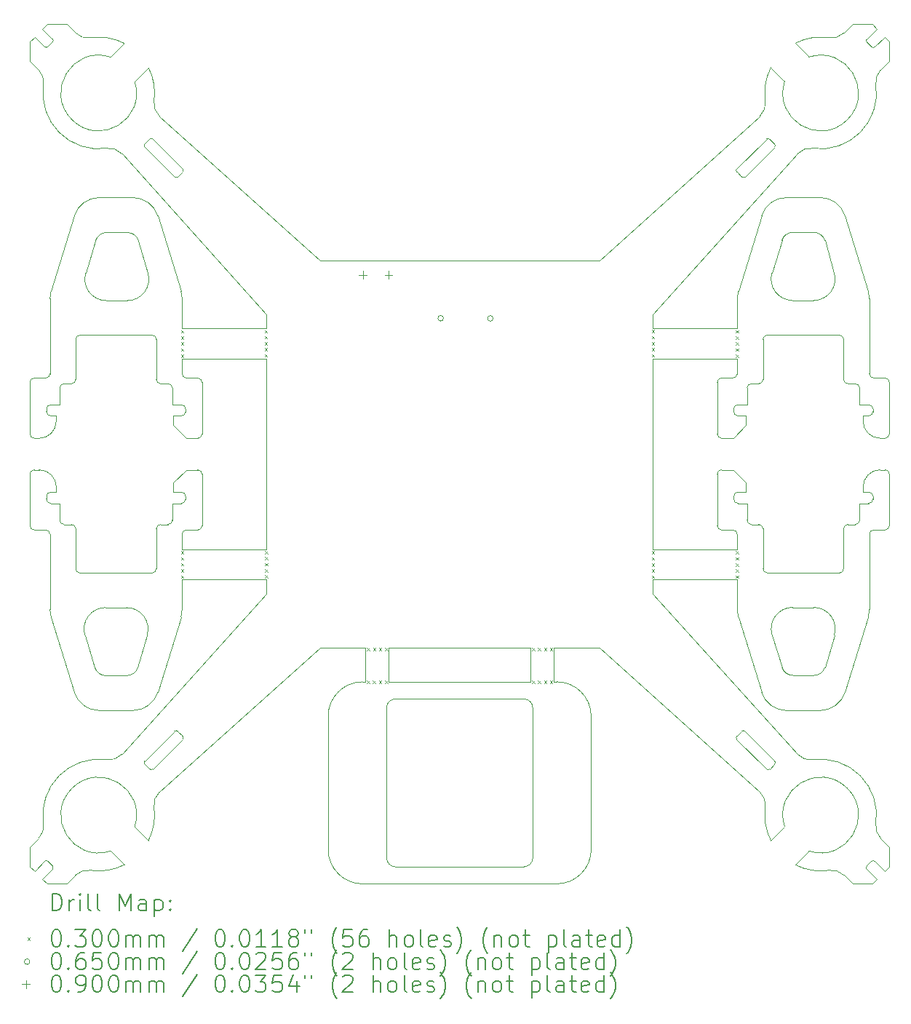
<source format=gbr>
%TF.GenerationSoftware,KiCad,Pcbnew,8.99.0-1558-g48f6f837a1*%
%TF.CreationDate,2024-07-10T14:27:02+03:00*%
%TF.ProjectId,ESP32 drone,45535033-3220-4647-926f-6e652e6b6963,rev?*%
%TF.SameCoordinates,Original*%
%TF.FileFunction,Drillmap*%
%TF.FilePolarity,Positive*%
%FSLAX45Y45*%
G04 Gerber Fmt 4.5, Leading zero omitted, Abs format (unit mm)*
G04 Created by KiCad (PCBNEW 8.99.0-1558-g48f6f837a1) date 2024-07-10 14:27:02*
%MOMM*%
%LPD*%
G01*
G04 APERTURE LIST*
%ADD10C,0.025400*%
%ADD11C,0.200000*%
%ADD12C,0.100000*%
G04 APERTURE END LIST*
D10*
X8974500Y-11228963D02*
G75*
G02*
X8844502Y-11134606I-2000J133973D01*
G01*
X9510218Y-7267372D02*
G75*
G02*
X9560208Y-7317359I2J-49988D01*
G01*
X8196174Y-8834323D02*
G75*
G02*
X8396167Y-9034323I-4J-199997D01*
G01*
X8396174Y-8267370D02*
X8396174Y-8207375D01*
X10839755Y-9761652D02*
X9860230Y-9761652D01*
X17743323Y-9419336D02*
G75*
G02*
X17693336Y-9469323I-49983J-4D01*
G01*
X9746158Y-9224340D02*
X9746158Y-9419336D01*
X8143774Y-3796817D02*
X8089748Y-3850843D01*
X8396174Y-9094343D02*
X8396174Y-9034323D01*
X9746158Y-7882357D02*
X9746158Y-8077378D01*
X16753129Y-5044186D02*
G75*
G02*
X16754954Y-5079438I-16819J-18544D01*
G01*
X8247050Y-12948056D02*
G75*
G02*
X8982457Y-12207486I642700J97206D01*
G01*
X16328340Y-8207375D02*
G75*
G02*
X16278325Y-8157362I0J50015D01*
G01*
X14619758Y-13250850D02*
G75*
G02*
X14219759Y-13650848I-399998J0D01*
G01*
X8281162Y-9174328D02*
X8281162Y-9144330D01*
X9860230Y-10458094D02*
X9860230Y-10111638D01*
X16407015Y-5427637D02*
G75*
G02*
X16371741Y-5425802I-16715J18637D01*
G01*
X16273323Y-8467369D02*
X16423336Y-8317357D01*
X9610217Y-7832369D02*
G75*
G02*
X9560211Y-7782357I3J50009D01*
G01*
X9846793Y-6754901D02*
G75*
G02*
X9860206Y-6843598I-286563J-88699D01*
G01*
X9866512Y-5333588D02*
G75*
G02*
X9864674Y-5368859I-18642J-16712D01*
G01*
X17660290Y-13650849D02*
X17889754Y-13650849D01*
X18039741Y-8834323D02*
G75*
G02*
X18089757Y-8884336I-1J-50017D01*
G01*
X10042576Y-7767371D02*
X9910217Y-7767371D01*
X9518346Y-12316054D02*
G75*
G02*
X9483071Y-12314220I-16716J18644D01*
G01*
X9426372Y-12257507D02*
X9483073Y-12314218D01*
X17983327Y-8467369D02*
G75*
G02*
X17783331Y-8267370I3J199999D01*
G01*
X8139761Y-9534322D02*
G75*
G02*
X8089768Y-9484335I-1J49992D01*
G01*
X17826457Y-13479475D02*
G75*
G02*
X17827365Y-13443300I17683J17655D01*
G01*
X15339746Y-10111638D02*
X16319272Y-10111638D01*
X8331150Y-9094343D02*
X8396174Y-9094343D01*
X8139761Y-8467369D02*
X8196174Y-8467369D01*
X10839755Y-10111638D02*
X10839755Y-10276891D01*
X8272095Y-9534322D02*
G75*
G02*
X8322098Y-9584334I-5J-50008D01*
G01*
X9901174Y-9144330D02*
X9901174Y-9174328D01*
X16669284Y-10034321D02*
G75*
G02*
X16619289Y-9984334I-4J49991D01*
G01*
X8436153Y-9224340D02*
X8331150Y-9224340D01*
X13939749Y-13350850D02*
G75*
G02*
X13839749Y-13450849I-99999J0D01*
G01*
X8893277Y-11634089D02*
G75*
G02*
X8606692Y-11422785I3J299999D01*
G01*
X12339752Y-13450849D02*
G75*
G02*
X12239751Y-13350850I-2J99999D01*
G01*
X17286224Y-5667604D02*
X16890442Y-5667604D01*
X16086913Y-8884336D02*
X16086913Y-9484335D01*
X17857394Y-7717358D02*
X17857394Y-6843598D01*
X9860230Y-7540041D02*
X10839755Y-7540041D01*
X17197426Y-12207443D02*
G75*
G02*
X17020273Y-12143320I-28526J197963D01*
G01*
X10092589Y-9484335D02*
G75*
G02*
X10042576Y-9534339I-50009J5D01*
G01*
X14184757Y-10900842D02*
X14715795Y-10900842D01*
X9560230Y-9519336D02*
G75*
G02*
X9610217Y-9469350I49990J-4D01*
G01*
X17447000Y-6540000D02*
G75*
G02*
X17208195Y-6863922I-238810J-73930D01*
G01*
X17208195Y-6071953D02*
G75*
G02*
X17338200Y-6166308I2005J-133977D01*
G01*
X17557395Y-7317359D02*
X17557395Y-7782357D01*
X8235722Y-3704895D02*
X8353044Y-3822217D01*
X9560230Y-7317359D02*
X9560230Y-7782357D01*
X8335518Y-10546791D02*
G75*
G02*
X8322105Y-10458094I286582J88701D01*
G01*
X13939749Y-11600840D02*
X13939749Y-13350850D01*
X17339293Y-11132182D02*
G75*
G02*
X17209293Y-11226540I-128003J39622D01*
G01*
X9510218Y-10034321D02*
X8672094Y-10034321D01*
X17848326Y-8077378D02*
G75*
G02*
X17898322Y-8127365I4J-49992D01*
G01*
X8620329Y-3751961D02*
X8519211Y-3650844D01*
X8622107Y-9984334D02*
X8622107Y-9519336D01*
X10042576Y-7767371D02*
G75*
G02*
X10092569Y-7817358I4J-49989D01*
G01*
X17983327Y-8467369D02*
X18039741Y-8467369D01*
X8672094Y-7267372D02*
X9510218Y-7267372D01*
X16669284Y-7267372D02*
X17507382Y-7267372D01*
X8572094Y-9469323D02*
G75*
G02*
X8622107Y-9519336I-4J-50017D01*
G01*
X8978000Y-6865987D02*
G75*
G02*
X8739195Y-6542070I0J249987D01*
G01*
X10839755Y-7540041D02*
X10839755Y-9761652D01*
X9860230Y-10111638D02*
X10839755Y-10111638D01*
X8622107Y-7782357D02*
X8622107Y-7317359D01*
X8792541Y-3808146D02*
G75*
G02*
X9185862Y-3872201I97209J-642694D01*
G01*
X8322107Y-7717358D02*
G75*
G02*
X8272095Y-7767377I-50017J-2D01*
G01*
X16753129Y-5044186D02*
G75*
G02*
X16696411Y-4987468I536591J593306D01*
G01*
X8984000Y-6074023D02*
X9223000Y-6074023D01*
X18035702Y-13504875D02*
X18089753Y-13450849D01*
X8982075Y-5094249D02*
G75*
G02*
X9159229Y-5158371I28525J-197971D01*
G01*
X8436153Y-8077378D02*
X8436153Y-7882357D01*
X17783328Y-9034323D02*
X17783328Y-9094343D01*
X15339746Y-7540041D02*
X16319272Y-7540041D01*
X9901174Y-8157362D02*
G75*
G02*
X9851162Y-8207374I-50014J2D01*
G01*
X10839755Y-10276891D02*
X9159215Y-12143308D01*
X9746158Y-9419336D02*
G75*
G02*
X9696171Y-9469328I-49988J-4D01*
G01*
X17857394Y-10458094D02*
X17857394Y-9584334D01*
X9851162Y-9224340D02*
X9746158Y-9224340D01*
X16319272Y-6843598D02*
G75*
G02*
X16332684Y-6754901I299998J-2D01*
G01*
X9518351Y-12316058D02*
X9866150Y-11967726D01*
X16319272Y-9761652D02*
X15339746Y-9761652D01*
X8247152Y-12948590D02*
G75*
G02*
X8190869Y-13120272I-197712J-30250D01*
G01*
X9159215Y-12143308D02*
G75*
G02*
X8982078Y-12207423I-148615J133838D01*
G01*
X14184757Y-11300841D02*
X14184757Y-10900842D01*
X12239752Y-11600840D02*
G75*
G02*
X12339752Y-11500842I99998J0D01*
G01*
X17918380Y-13387553D02*
X18035702Y-13504875D01*
X8436153Y-7882357D02*
G75*
G02*
X8486166Y-7832343I50017J-3D01*
G01*
X8353044Y-13479501D02*
X8235722Y-13596823D01*
X9906153Y-8467369D02*
X10042576Y-8467369D01*
X8281162Y-8127365D02*
G75*
G02*
X8331150Y-8077372I49988J5D01*
G01*
X16839195Y-6166310D02*
G75*
G02*
X16969194Y-6071958I127995J-39620D01*
G01*
X8572094Y-9469323D02*
X8486166Y-9469323D01*
X9461805Y-6542070D02*
X9353000Y-6168380D01*
X16423336Y-8984336D02*
X16273323Y-8834323D01*
X16423336Y-8207375D02*
X16328340Y-8207375D01*
X9851162Y-8207375D02*
X9756166Y-8207375D01*
X8281162Y-8157362D02*
X8281162Y-8127365D01*
X9864326Y-11932474D02*
X9807625Y-11875763D01*
X17943780Y-13596823D02*
X17826457Y-13479501D01*
X8272095Y-7767371D02*
X8139761Y-7767371D01*
X16871188Y-4315130D02*
X16711016Y-4154957D01*
X8089748Y-7817358D02*
G75*
G02*
X8139761Y-7767348I50012J-2D01*
G01*
X16319272Y-7540041D02*
X16319272Y-7717358D01*
X16278327Y-9174328D02*
X16278327Y-9144330D01*
X18089753Y-13450849D02*
X18089753Y-13221386D01*
X16969195Y-6071953D02*
X17208195Y-6071953D01*
X16619271Y-9984334D02*
X16619271Y-9519336D01*
X12264746Y-10900842D02*
X12264746Y-11300841D01*
X16582213Y-12581382D02*
G75*
G02*
X16646332Y-12758520I-133833J-148618D01*
G01*
X16433343Y-8077378D02*
X16433343Y-7882357D01*
X17693336Y-7832369D02*
G75*
G02*
X17743331Y-7882357I4J-49991D01*
G01*
X17988636Y-13120268D02*
G75*
G02*
X17932354Y-12948591I141424J141428D01*
G01*
X9468485Y-4154957D02*
X9308288Y-4315130D01*
X17020286Y-12143308D02*
X15339746Y-10276891D01*
X17898339Y-8157362D02*
G75*
G02*
X17848326Y-8207369I-50009J2D01*
G01*
X8089748Y-8884336D02*
X8089748Y-9484335D01*
X16619271Y-7782357D02*
X16619271Y-7317359D01*
X9756166Y-8317357D02*
X9906153Y-8467369D01*
X11994744Y-10900842D02*
X11994744Y-11300841D01*
X17154043Y-13269392D02*
X16993845Y-13429590D01*
X9483090Y-4987468D02*
G75*
G02*
X9426793Y-5043665I-592520J537278D01*
G01*
X8196174Y-8834323D02*
X8139761Y-8834323D01*
X14619758Y-13250850D02*
X14619758Y-11700840D01*
X16569284Y-9469323D02*
X16483330Y-9469323D01*
X17943780Y-3704895D02*
X17889754Y-3650844D01*
X16269285Y-9534322D02*
G75*
G02*
X16319288Y-9584334I-5J-50008D01*
G01*
X16711016Y-13146761D02*
G75*
G02*
X16646398Y-12758141I578734J295911D01*
G01*
X8792007Y-3808247D02*
G75*
G02*
X8620327Y-3751963I-30247J197717D01*
G01*
X16136925Y-8467369D02*
X16273323Y-8467369D01*
X9851162Y-9094343D02*
G75*
G02*
X9901147Y-9144330I-2J-49987D01*
G01*
X9910217Y-9534322D02*
X10042576Y-9534322D01*
X9901174Y-9174328D02*
G75*
G02*
X9851162Y-9224344I-50014J-2D01*
G01*
X8519211Y-3650844D02*
X8289748Y-3650844D01*
X16582213Y-4720311D02*
X14715795Y-6400851D01*
X8729695Y-10760917D02*
X8844500Y-11134607D01*
X17743323Y-9224340D02*
X17743323Y-9419336D01*
X14219759Y-11300841D02*
G75*
G02*
X14619759Y-11700840I1J-399999D01*
G01*
X16603879Y-5878906D02*
G75*
G02*
X16890442Y-5667627I286561J-88694D01*
G01*
X16890442Y-11634089D02*
X17286224Y-11634089D01*
X16319272Y-6843598D02*
X16319272Y-7190054D01*
X8289748Y-3650844D02*
X8235722Y-3704895D01*
X9308211Y-4314876D02*
G75*
G02*
X9024979Y-4032139I-418465J-135966D01*
G01*
X8190865Y-13120268D02*
X8089748Y-13221386D01*
X8854000Y-6168380D02*
G75*
G02*
X8984000Y-6074023I128000J-39620D01*
G01*
X8089748Y-7817358D02*
X8089748Y-8417357D01*
X16754964Y-12222245D02*
X16406631Y-11874447D01*
X8739195Y-6542070D02*
X8854000Y-6168380D01*
X8436153Y-9419336D02*
X8436153Y-9224340D01*
X16619271Y-7782357D02*
G75*
G02*
X16569284Y-7832351I-49991J-3D01*
G01*
X16319272Y-10111638D02*
X16319272Y-10458094D01*
X17557395Y-9519336D02*
X17557395Y-9984334D01*
X12324741Y-6400851D02*
X13854761Y-6400851D01*
X15339746Y-7190054D02*
X15339746Y-7024802D01*
X8893277Y-11634089D02*
X9289034Y-11634089D01*
X16754933Y-12222251D02*
G75*
G02*
X16753105Y-12257505I-18623J-16709D01*
G01*
X17198163Y-12207342D02*
G75*
G02*
X17932275Y-12949174I91597J-643508D01*
G01*
X8335518Y-10546791D02*
X8606689Y-11422812D01*
X9597289Y-12581382D02*
X11463706Y-10900842D01*
X8396174Y-8267370D02*
G75*
G02*
X8196174Y-8467374I-200004J0D01*
G01*
X8331150Y-8207375D02*
G75*
G02*
X8281135Y-8157362I0J50015D01*
G01*
X9483090Y-4987468D02*
G75*
G02*
X9518339Y-4985647I18540J-16812D01*
G01*
X16278327Y-8127365D02*
G75*
G02*
X16328340Y-8077357I50013J-5D01*
G01*
X17783328Y-9034323D02*
G75*
G02*
X17983327Y-8834318I200002J3D01*
G01*
X17857394Y-10458094D02*
G75*
G02*
X17843981Y-10546791I-300004J4D01*
G01*
X9289034Y-5667604D02*
X8893277Y-5667604D01*
X8486166Y-9469323D02*
G75*
G02*
X8436187Y-9419336I4J49983D01*
G01*
X12264746Y-11300841D02*
X13914755Y-11300841D01*
X8139761Y-8467369D02*
G75*
G02*
X8089751Y-8417357I-1J50009D01*
G01*
X9756166Y-9094343D02*
X9851162Y-9094343D01*
X16970293Y-11226538D02*
X17209293Y-11226538D01*
X8139761Y-9534322D02*
X8272095Y-9534322D01*
X11959743Y-13650849D02*
X14219759Y-13650849D01*
X17898339Y-9144330D02*
X17898339Y-9174328D01*
X16328340Y-9094343D02*
X16423336Y-9094343D01*
X17743323Y-8077378D02*
X17848326Y-8077378D01*
X16724390Y-6540000D02*
X16839195Y-6166310D01*
X17783328Y-9094343D02*
X17848326Y-9094343D01*
X8322107Y-9584334D02*
X8322107Y-10458094D01*
X9860230Y-7190054D02*
X9860230Y-6843598D01*
X9025459Y-4032301D02*
X9185656Y-3872103D01*
X16086913Y-8884336D02*
G75*
G02*
X16136925Y-8834323I50017J-4D01*
G01*
X18089753Y-9484335D02*
G75*
G02*
X18039741Y-9534343I-50013J5D01*
G01*
X9864326Y-11932474D02*
G75*
G02*
X9866152Y-11967728I-16826J-18546D01*
G01*
X17153789Y-4032377D02*
G75*
G02*
X16871054Y-4315618I135971J-418463D01*
G01*
X8297114Y-3913480D02*
G75*
G02*
X8352385Y-3858210I592626J-537360D01*
G01*
X13839749Y-11500841D02*
G75*
G02*
X13939749Y-11600840I1J-99999D01*
G01*
X8352663Y-3821811D02*
G75*
G02*
X8352160Y-3858418I-17313J-18069D01*
G01*
X16315181Y-5369248D02*
X16371882Y-5425959D01*
X10839755Y-7024802D02*
X10839755Y-7190054D01*
X8331150Y-8077378D02*
X8436153Y-8077378D01*
X16696411Y-12314225D02*
G75*
G02*
X16661162Y-12316047I-18541J16815D01*
G01*
X17898339Y-9174328D02*
G75*
G02*
X17848326Y-9224339I-50009J-2D01*
G01*
X17898339Y-8127365D02*
X17898339Y-8157362D01*
X16371380Y-11876271D02*
G75*
G02*
X16406628Y-11874450I18540J-16819D01*
G01*
X8089748Y-4080307D02*
X8190865Y-4181424D01*
X8352384Y-13443483D02*
G75*
G02*
X8297114Y-13388213I537366J592643D01*
G01*
X17857394Y-9584334D02*
G75*
G02*
X17907381Y-9534344I49986J4D01*
G01*
X16315181Y-5369248D02*
G75*
G02*
X16313362Y-5334001I16819J18538D01*
G01*
X9213500Y-10437000D02*
X8968500Y-10437000D01*
X17988636Y-4181424D02*
X18089753Y-4080307D01*
X9756166Y-8207375D02*
X9756166Y-8317357D01*
X9746158Y-8077378D02*
X9851162Y-8077378D01*
X9575623Y-11422786D02*
G75*
G02*
X9289034Y-11634094I-286593J88696D01*
G01*
X9424543Y-5079441D02*
G75*
G02*
X9426369Y-5044182I18647J16711D01*
G01*
X17907381Y-7767371D02*
G75*
G02*
X17857369Y-7717358I-1J50011D01*
G01*
X10092589Y-8417357D02*
G75*
G02*
X10042576Y-8467369I-50009J-3D01*
G01*
X8331150Y-9224340D02*
G75*
G02*
X8281140Y-9174328I0J50010D01*
G01*
X18089753Y-8417357D02*
G75*
G02*
X18039741Y-8467373I-50013J-3D01*
G01*
X17020286Y-5158384D02*
G75*
G02*
X17197423Y-5094269I148614J-133836D01*
G01*
X11463706Y-6400851D02*
X9597289Y-4720311D01*
X17826457Y-3822217D02*
X17943780Y-3704895D01*
X16278327Y-9144330D02*
G75*
G02*
X16328340Y-9094317I50013J0D01*
G01*
X8396174Y-8207375D02*
X8331150Y-8207375D01*
X17827116Y-3858211D02*
G75*
G02*
X17882181Y-3913255I-537346J-592619D01*
G01*
X17607382Y-7832369D02*
X17693336Y-7832369D01*
X16970293Y-11226538D02*
G75*
G02*
X16840289Y-11132183I-2003J133978D01*
G01*
X12239752Y-13350850D02*
X12239752Y-11600840D01*
X9772492Y-11874085D02*
G75*
G02*
X9807769Y-11875918I16718J-18635D01*
G01*
X16136925Y-9534322D02*
X16269285Y-9534322D01*
X16328340Y-9224340D02*
G75*
G02*
X16278330Y-9174328I0J50010D01*
G01*
X9860230Y-9761652D02*
X9860230Y-9584334D01*
X9860230Y-7717358D02*
X9860230Y-7540041D01*
X9533154Y-12758522D02*
G75*
G02*
X9597279Y-12581371I197966J28522D01*
G01*
X17827346Y-3858412D02*
G75*
G02*
X17826466Y-3822226I16794J18512D01*
G01*
X16993845Y-3872103D02*
X17154043Y-4032301D01*
X17848326Y-9094343D02*
G75*
G02*
X17898317Y-9144330I4J-49987D01*
G01*
X16433343Y-7882357D02*
G75*
G02*
X16483330Y-7832373I49987J-3D01*
G01*
X9213500Y-10437000D02*
G75*
G02*
X9452309Y-10760918I0J-249990D01*
G01*
X16312991Y-11968105D02*
G75*
G02*
X16314826Y-11932831I18639J16715D01*
G01*
X17507382Y-10034321D02*
X16669284Y-10034321D01*
X17743323Y-7882357D02*
X17743323Y-8077378D01*
X18039741Y-7767371D02*
X17907381Y-7767371D01*
X11559744Y-11700840D02*
G75*
G02*
X11959743Y-11300844I399996J0D01*
G01*
X15339746Y-9761652D02*
X15339746Y-7540041D01*
X17882185Y-13388442D02*
G75*
G02*
X17918374Y-13387559I18515J-16788D01*
G01*
X9860230Y-10458094D02*
G75*
G02*
X9846815Y-10546798I-300000J4D01*
G01*
X8622107Y-7317359D02*
G75*
G02*
X8672094Y-7267377I49983J-1D01*
G01*
X16483330Y-9469323D02*
G75*
G02*
X16433347Y-9419336I0J49983D01*
G01*
X8261122Y-13387553D02*
G75*
G02*
X8297289Y-13388467I17648J-17677D01*
G01*
X14715795Y-10900842D02*
X16582213Y-12581382D01*
X16136925Y-8467369D02*
G75*
G02*
X16086921Y-8417357I5J50009D01*
G01*
X9808123Y-5425422D02*
G75*
G02*
X9772872Y-5427245I-18543J16822D01*
G01*
X8606689Y-5878906D02*
G75*
G02*
X8893277Y-5667619I286591J-88724D01*
G01*
X10042576Y-8834323D02*
X9906153Y-8834323D01*
X16423336Y-8317357D02*
X16423336Y-8207375D01*
X16725488Y-10758492D02*
X16840293Y-11132182D01*
X9223000Y-6865987D02*
X8978000Y-6865987D01*
X9308288Y-12986563D02*
X9468485Y-13146761D01*
X17557395Y-9519336D02*
G75*
G02*
X17607382Y-9469355I49985J-4D01*
G01*
X16569284Y-9469323D02*
G75*
G02*
X16619297Y-9519336I-4J-50017D01*
G01*
X16319272Y-7717358D02*
G75*
G02*
X16269285Y-7767352I-49992J-2D01*
G01*
X8620329Y-13549732D02*
G75*
G02*
X8792007Y-13493449I141431J-141428D01*
G01*
X16661156Y-4985664D02*
X16313357Y-5333997D01*
X9185656Y-13429590D02*
X9025459Y-13269392D01*
X9461805Y-6542070D02*
G75*
G02*
X9223000Y-6865987I-238805J-73930D01*
G01*
X9772492Y-11874085D02*
X9424548Y-12222255D01*
X17932451Y-4353662D02*
G75*
G02*
X17197045Y-5094201I-642701J-97178D01*
G01*
X9533154Y-12758522D02*
G75*
G02*
X9468379Y-13146961I-643404J-92328D01*
G01*
X9906153Y-8834323D02*
X9756166Y-8984336D01*
X9426372Y-12257507D02*
G75*
G02*
X9424544Y-12222252I16818J18547D01*
G01*
X8289748Y-13650849D02*
X8519211Y-13650849D01*
X13914755Y-10900842D02*
X12264746Y-10900842D01*
X17209293Y-10434575D02*
X16964293Y-10434575D01*
X16136925Y-9534322D02*
G75*
G02*
X16086948Y-9484335I5J49982D01*
G01*
X11959743Y-13650849D02*
G75*
G02*
X11559741Y-13250850I-3J399999D01*
G01*
X18039741Y-7767371D02*
G75*
G02*
X18089729Y-7817358I-1J-49989D01*
G01*
X8974500Y-11228963D02*
X9213500Y-11228963D01*
X10839755Y-7190054D02*
X9860230Y-7190054D01*
X8089748Y-13450849D02*
X8143774Y-13504875D01*
X17557395Y-9984334D02*
G75*
G02*
X17507382Y-10034345I-50015J4D01*
G01*
X9468384Y-4154754D02*
G75*
G02*
X9533092Y-4543550I-578634J-296086D01*
G01*
X8622107Y-7782357D02*
G75*
G02*
X8572094Y-7832377I-50017J-3D01*
G01*
X9808123Y-5425422D02*
X9864834Y-5368721D01*
X9851162Y-8077378D02*
G75*
G02*
X9901142Y-8127365I-2J-49982D01*
G01*
X17286224Y-5667604D02*
G75*
G02*
X17572824Y-5878895I-4J-300026D01*
G01*
X17559173Y-13549732D02*
X17660290Y-13650849D01*
X16371380Y-11876271D02*
X16314669Y-11932972D01*
X9575623Y-11422812D02*
X9846793Y-10546791D01*
X15339746Y-10276891D02*
X15339746Y-10111638D01*
X17932350Y-4353103D02*
G75*
G02*
X17988632Y-4181420I197710J30253D01*
G01*
X16328340Y-8077378D02*
X16433343Y-8077378D01*
X9860230Y-9584334D02*
G75*
G02*
X9910217Y-9534340I49990J4D01*
G01*
X8235722Y-13596823D02*
X8289748Y-13650849D01*
X16619271Y-7317359D02*
G75*
G02*
X16669284Y-7267351I50009J-1D01*
G01*
X16332683Y-10546791D02*
G75*
G02*
X16319270Y-10458094I286587J88701D01*
G01*
X17572787Y-11422812D02*
X17843983Y-10546791D01*
X9901174Y-8127365D02*
X9901174Y-8157362D01*
X16319272Y-7190054D02*
X15339746Y-7190054D01*
X8143774Y-13504875D02*
X8261096Y-13387553D01*
X16269285Y-7767371D02*
X16136925Y-7767371D01*
X18089753Y-13221386D02*
X17988636Y-13120268D01*
X17848326Y-8207375D02*
X17783328Y-8207375D01*
X18089753Y-8417357D02*
X18089753Y-7817358D01*
X8672094Y-10034321D02*
G75*
G02*
X8622099Y-9984334I-4J49991D01*
G01*
X9696171Y-9469323D02*
X9610217Y-9469323D01*
X17387494Y-13493445D02*
G75*
G02*
X17559181Y-13549724I30256J-197715D01*
G01*
X8352155Y-13443280D02*
G75*
G02*
X8353064Y-13479495I-16785J-18540D01*
G01*
X18089753Y-9484335D02*
X18089753Y-8884336D01*
X17783328Y-8207375D02*
X17783328Y-8267370D01*
X8190865Y-4181424D02*
G75*
G02*
X8247145Y-4353102I-141425J-141426D01*
G01*
X9756166Y-8984336D02*
X9756166Y-9094343D01*
X17572787Y-11422786D02*
G75*
G02*
X17286224Y-11634069I-286567J88696D01*
G01*
X17209293Y-10434575D02*
G75*
G02*
X17448093Y-10758490I-3J-249985D01*
G01*
X17559173Y-3751961D02*
G75*
G02*
X17387494Y-3808245I-141433J141431D01*
G01*
X14219759Y-11300841D02*
X14184757Y-11300841D01*
X9025713Y-13269316D02*
G75*
G02*
X9308450Y-12986083I-135967J418466D01*
G01*
X14715795Y-6400851D02*
X13854761Y-6400851D01*
X16312991Y-11968105D02*
X16661161Y-12316048D01*
X8261096Y-3914140D02*
X8143774Y-3796817D01*
X17843983Y-6754901D02*
G75*
G02*
X17857396Y-6843598I-286583J-88699D01*
G01*
X11559744Y-11700840D02*
X11559744Y-13250850D01*
X13914755Y-11300841D02*
X13914755Y-10900842D01*
X9289034Y-5667604D02*
G75*
G02*
X9575625Y-5878905I6J-299996D01*
G01*
X9452305Y-10760917D02*
X9343500Y-11134607D01*
X8729695Y-10760917D02*
G75*
G02*
X8968500Y-10437004I238805J73927D01*
G01*
X17386935Y-13493547D02*
G75*
G02*
X16993641Y-13429490I-97185J642697D01*
G01*
X15339746Y-7024802D02*
X17020286Y-5158384D01*
X8322107Y-6843598D02*
G75*
G02*
X8335519Y-6754901I300003J-2D01*
G01*
X12339752Y-11500841D02*
X13839749Y-11500841D01*
X9343500Y-11134607D02*
G75*
G02*
X9213500Y-11228966I-128000J39617D01*
G01*
X16483330Y-7832369D02*
X16569284Y-7832369D01*
X18089753Y-3850843D02*
X18035702Y-3796817D01*
X9597289Y-4720311D02*
G75*
G02*
X9533166Y-4543173I133831J148621D01*
G01*
X17907381Y-9534322D02*
X18039741Y-9534322D01*
X16994658Y-3871697D02*
G75*
G02*
X17388077Y-3808331I295092J-579143D01*
G01*
X17848326Y-9224340D02*
X17743323Y-9224340D01*
X9223000Y-6074023D02*
G75*
G02*
X9353000Y-6168380I2000J-133977D01*
G01*
X16603879Y-5878906D02*
X16332683Y-6754901D01*
X8606689Y-5878906D02*
X8335518Y-6754901D01*
X16319272Y-9584334D02*
X16319272Y-9761652D01*
X9696171Y-7832369D02*
G75*
G02*
X9746161Y-7882357I-1J-49991D01*
G01*
X17447000Y-6540000D02*
X17338195Y-6166310D01*
X9910217Y-7767371D02*
G75*
G02*
X9860209Y-7717358I3J50011D01*
G01*
X8486166Y-7832369D02*
X8572094Y-7832369D01*
X10042576Y-8834323D02*
G75*
G02*
X10092597Y-8884336I4J-50017D01*
G01*
X9560230Y-9984334D02*
G75*
G02*
X9510218Y-10034340I-50010J4D01*
G01*
X10092589Y-8417357D02*
X10092589Y-7817358D01*
X8519211Y-13650849D02*
X8620329Y-13549732D01*
X17507382Y-7267372D02*
G75*
G02*
X17557368Y-7317359I-2J-49988D01*
G01*
X12324741Y-6400851D02*
X11463706Y-6400851D01*
X9560230Y-9519336D02*
X9560230Y-9984334D01*
X16278327Y-8157362D02*
X16278327Y-8127365D01*
X17918380Y-3914140D02*
G75*
G02*
X17882179Y-3913257I-17680J17680D01*
G01*
X11994744Y-11300841D02*
X11959743Y-11300841D01*
X16433343Y-9224340D02*
X16328340Y-9224340D01*
X16871290Y-12986817D02*
G75*
G02*
X17154501Y-13269542I418460J135967D01*
G01*
X17448098Y-10758492D02*
X17339293Y-11132182D01*
X16661156Y-4985664D02*
G75*
G02*
X16696404Y-4987475I16714J-18616D01*
G01*
X10092589Y-9484335D02*
X10092589Y-8884336D01*
X8089748Y-13221386D02*
X8089748Y-13450849D01*
X8089748Y-3850843D02*
X8089748Y-4080307D01*
X17660290Y-3650844D02*
X17559173Y-3751961D01*
X17208195Y-6863916D02*
X16963195Y-6863916D01*
X16423336Y-9094343D02*
X16423336Y-8984336D01*
X16433343Y-9419336D02*
X16433343Y-9224340D01*
X8089748Y-8884336D02*
G75*
G02*
X8139761Y-8834328I50012J-4D01*
G01*
X9846793Y-6754901D02*
X9575623Y-5878906D01*
X16963195Y-6863916D02*
G75*
G02*
X16724386Y-6539999I-5J249987D01*
G01*
X18089753Y-4080307D02*
X18089753Y-3850843D01*
X13839749Y-13450849D02*
X12339752Y-13450849D01*
X11463706Y-10900842D02*
X11994744Y-10900842D01*
X16407015Y-5427637D02*
X16754959Y-5079467D01*
X17889754Y-13650849D02*
X17943780Y-13596823D01*
X9610217Y-7832369D02*
X9696171Y-7832369D01*
X16086913Y-7817358D02*
G75*
G02*
X16136925Y-7767343I50017J-2D01*
G01*
X16332683Y-10546791D02*
X16603879Y-11422812D01*
X17693336Y-9469323D02*
X17607382Y-9469323D01*
X9159215Y-5158384D02*
X10839755Y-7024802D01*
X18039741Y-8834323D02*
X17983327Y-8834323D01*
X8322107Y-6843598D02*
X8322107Y-7717358D01*
X16273323Y-8834323D02*
X16136925Y-8834323D01*
X8981339Y-5094376D02*
G75*
G02*
X8247208Y-4352516I-91589J643536D01*
G01*
X9184844Y-13429996D02*
G75*
G02*
X8791424Y-13493363I-295094J579146D01*
G01*
X16086913Y-7817358D02*
X16086913Y-8417357D01*
X9866512Y-5333588D02*
X9518342Y-4985644D01*
X16646398Y-4543552D02*
G75*
G02*
X16711107Y-4154749I643352J92712D01*
G01*
X16711016Y-13146761D02*
X16871188Y-12986563D01*
X17607382Y-7832369D02*
G75*
G02*
X17557371Y-7782357I-2J50009D01*
G01*
X9424539Y-5079447D02*
X9772871Y-5427246D01*
X16725488Y-10758492D02*
G75*
G02*
X16964293Y-10434575I238802J73932D01*
G01*
X17889754Y-3650844D02*
X17660290Y-3650844D01*
X18035702Y-3796817D02*
X17918380Y-3914140D01*
X16646398Y-4543552D02*
G75*
G02*
X16582224Y-4720324I-198018J-28148D01*
G01*
X8281162Y-9144330D02*
G75*
G02*
X8331150Y-9094342I49988J0D01*
G01*
X16753109Y-12257510D02*
X16696411Y-12314225D01*
X8297317Y-3913251D02*
G75*
G02*
X8261105Y-3914157I-18537J16791D01*
G01*
X17843983Y-6754901D02*
X17572787Y-5878906D01*
X17882388Y-13388213D02*
G75*
G02*
X17827117Y-13443483I-592628J537363D01*
G01*
X16890442Y-11634089D02*
G75*
G02*
X16603855Y-11422793I-2J299999D01*
G01*
D11*
D12*
X9845000Y-9781457D02*
X9875000Y-9811457D01*
X9875000Y-9781457D02*
X9845000Y-9811457D01*
X9845000Y-9851053D02*
X9875000Y-9881053D01*
X9875000Y-9851053D02*
X9845000Y-9881053D01*
X9845000Y-9921369D02*
X9875000Y-9951369D01*
X9875000Y-9921369D02*
X9845000Y-9951369D01*
X9845000Y-9991684D02*
X9875000Y-10021684D01*
X9875000Y-9991684D02*
X9845000Y-10021684D01*
X9845000Y-10062000D02*
X9875000Y-10092000D01*
X9875000Y-10062000D02*
X9845000Y-10092000D01*
X9847000Y-7211457D02*
X9877000Y-7241457D01*
X9877000Y-7211457D02*
X9847000Y-7241457D01*
X9847000Y-7281053D02*
X9877000Y-7311053D01*
X9877000Y-7281053D02*
X9847000Y-7311053D01*
X9847000Y-7351369D02*
X9877000Y-7381369D01*
X9877000Y-7351369D02*
X9847000Y-7381369D01*
X9847000Y-7421684D02*
X9877000Y-7451684D01*
X9877000Y-7421684D02*
X9847000Y-7451684D01*
X9847000Y-7492000D02*
X9877000Y-7522000D01*
X9877000Y-7492000D02*
X9847000Y-7522000D01*
X10819000Y-7209457D02*
X10849000Y-7239457D01*
X10849000Y-7209457D02*
X10819000Y-7239457D01*
X10819000Y-7279053D02*
X10849000Y-7309053D01*
X10849000Y-7279053D02*
X10819000Y-7309053D01*
X10819000Y-7349369D02*
X10849000Y-7379369D01*
X10849000Y-7349369D02*
X10819000Y-7379369D01*
X10819000Y-7419684D02*
X10849000Y-7449684D01*
X10849000Y-7419684D02*
X10819000Y-7449684D01*
X10819000Y-7490000D02*
X10849000Y-7520000D01*
X10849000Y-7490000D02*
X10819000Y-7520000D01*
X10824000Y-9779457D02*
X10854000Y-9809457D01*
X10854000Y-9779457D02*
X10824000Y-9809457D01*
X10824000Y-9849053D02*
X10854000Y-9879053D01*
X10854000Y-9849053D02*
X10824000Y-9879053D01*
X10824000Y-9919369D02*
X10854000Y-9949369D01*
X10854000Y-9919369D02*
X10824000Y-9949369D01*
X10824000Y-9989684D02*
X10854000Y-10019684D01*
X10854000Y-9989684D02*
X10824000Y-10019684D01*
X10824000Y-10060000D02*
X10854000Y-10090000D01*
X10854000Y-10060000D02*
X10824000Y-10090000D01*
X12009053Y-11285000D02*
X12039053Y-11315000D01*
X12039053Y-11285000D02*
X12009053Y-11315000D01*
X12010053Y-10905000D02*
X12040053Y-10935000D01*
X12040053Y-10905000D02*
X12010053Y-10935000D01*
X12079369Y-11285000D02*
X12109369Y-11315000D01*
X12109369Y-11285000D02*
X12079369Y-11315000D01*
X12080369Y-10905000D02*
X12110369Y-10935000D01*
X12110369Y-10905000D02*
X12080369Y-10935000D01*
X12149684Y-11285000D02*
X12179684Y-11315000D01*
X12179684Y-11285000D02*
X12149684Y-11315000D01*
X12150684Y-10905000D02*
X12180684Y-10935000D01*
X12180684Y-10905000D02*
X12150684Y-10935000D01*
X12220000Y-11285000D02*
X12250000Y-11315000D01*
X12250000Y-11285000D02*
X12220000Y-11315000D01*
X12221000Y-10905000D02*
X12251000Y-10935000D01*
X12251000Y-10905000D02*
X12221000Y-10935000D01*
X13930053Y-10905000D02*
X13960053Y-10935000D01*
X13960053Y-10905000D02*
X13930053Y-10935000D01*
X13930053Y-11286000D02*
X13960053Y-11316000D01*
X13960053Y-11286000D02*
X13930053Y-11316000D01*
X14000369Y-10905000D02*
X14030369Y-10935000D01*
X14030369Y-10905000D02*
X14000369Y-10935000D01*
X14000369Y-11286000D02*
X14030369Y-11316000D01*
X14030369Y-11286000D02*
X14000369Y-11316000D01*
X14070684Y-10905000D02*
X14100684Y-10935000D01*
X14100684Y-10905000D02*
X14070684Y-10935000D01*
X14070684Y-11286000D02*
X14100684Y-11316000D01*
X14100684Y-11286000D02*
X14070684Y-11316000D01*
X14141000Y-10905000D02*
X14171000Y-10935000D01*
X14171000Y-10905000D02*
X14141000Y-10935000D01*
X14141000Y-11286000D02*
X14171000Y-11316000D01*
X14171000Y-11286000D02*
X14141000Y-11316000D01*
X15325000Y-7208457D02*
X15355000Y-7238457D01*
X15355000Y-7208457D02*
X15325000Y-7238457D01*
X15325000Y-7278053D02*
X15355000Y-7308053D01*
X15355000Y-7278053D02*
X15325000Y-7308053D01*
X15325000Y-7348369D02*
X15355000Y-7378369D01*
X15355000Y-7348369D02*
X15325000Y-7378369D01*
X15325000Y-7418684D02*
X15355000Y-7448684D01*
X15355000Y-7418684D02*
X15325000Y-7448684D01*
X15325000Y-7489000D02*
X15355000Y-7519000D01*
X15355000Y-7489000D02*
X15325000Y-7519000D01*
X15325000Y-9782457D02*
X15355000Y-9812457D01*
X15355000Y-9782457D02*
X15325000Y-9812457D01*
X15325000Y-9852053D02*
X15355000Y-9882053D01*
X15355000Y-9852053D02*
X15325000Y-9882053D01*
X15325000Y-9922369D02*
X15355000Y-9952369D01*
X15355000Y-9922369D02*
X15325000Y-9952369D01*
X15325000Y-9992684D02*
X15355000Y-10022684D01*
X15355000Y-9992684D02*
X15325000Y-10022684D01*
X15325000Y-10063000D02*
X15355000Y-10093000D01*
X15355000Y-10063000D02*
X15325000Y-10093000D01*
X16304000Y-7211457D02*
X16334000Y-7241457D01*
X16334000Y-7211457D02*
X16304000Y-7241457D01*
X16304000Y-7281053D02*
X16334000Y-7311053D01*
X16334000Y-7281053D02*
X16304000Y-7311053D01*
X16304000Y-7351369D02*
X16334000Y-7381369D01*
X16334000Y-7351369D02*
X16304000Y-7381369D01*
X16304000Y-7421684D02*
X16334000Y-7451684D01*
X16334000Y-7421684D02*
X16304000Y-7451684D01*
X16304000Y-7492000D02*
X16334000Y-7522000D01*
X16334000Y-7492000D02*
X16304000Y-7522000D01*
X16305000Y-9782457D02*
X16335000Y-9812457D01*
X16335000Y-9782457D02*
X16305000Y-9812457D01*
X16305000Y-9852053D02*
X16335000Y-9882053D01*
X16335000Y-9852053D02*
X16305000Y-9882053D01*
X16305000Y-9922369D02*
X16335000Y-9952369D01*
X16335000Y-9922369D02*
X16305000Y-9952369D01*
X16305000Y-9992684D02*
X16335000Y-10022684D01*
X16335000Y-9992684D02*
X16305000Y-10022684D01*
X16305000Y-10063000D02*
X16335000Y-10093000D01*
X16335000Y-10063000D02*
X16305000Y-10093000D01*
X12900573Y-7072407D02*
G75*
G02*
X12835573Y-7072407I-32500J0D01*
G01*
X12835573Y-7072407D02*
G75*
G02*
X12900573Y-7072407I32500J0D01*
G01*
X13478573Y-7072407D02*
G75*
G02*
X13413573Y-7072407I-32500J0D01*
G01*
X13413573Y-7072407D02*
G75*
G02*
X13478573Y-7072407I32500J0D01*
G01*
X11962500Y-6522500D02*
X11962500Y-6612500D01*
X11917500Y-6567500D02*
X12007500Y-6567500D01*
X12262500Y-6522500D02*
X12262500Y-6612500D01*
X12217500Y-6567500D02*
X12307500Y-6567500D01*
D11*
X8349255Y-13963603D02*
X8349255Y-13763603D01*
X8349255Y-13763603D02*
X8396874Y-13763603D01*
X8396874Y-13763603D02*
X8425445Y-13773127D01*
X8425445Y-13773127D02*
X8444493Y-13792174D01*
X8444493Y-13792174D02*
X8454017Y-13811222D01*
X8454017Y-13811222D02*
X8463541Y-13849317D01*
X8463541Y-13849317D02*
X8463541Y-13877888D01*
X8463541Y-13877888D02*
X8454017Y-13915984D01*
X8454017Y-13915984D02*
X8444493Y-13935031D01*
X8444493Y-13935031D02*
X8425445Y-13954079D01*
X8425445Y-13954079D02*
X8396874Y-13963603D01*
X8396874Y-13963603D02*
X8349255Y-13963603D01*
X8549255Y-13963603D02*
X8549255Y-13830269D01*
X8549255Y-13868365D02*
X8558779Y-13849317D01*
X8558779Y-13849317D02*
X8568302Y-13839793D01*
X8568302Y-13839793D02*
X8587350Y-13830269D01*
X8587350Y-13830269D02*
X8606398Y-13830269D01*
X8673064Y-13963603D02*
X8673064Y-13830269D01*
X8673064Y-13763603D02*
X8663541Y-13773127D01*
X8663541Y-13773127D02*
X8673064Y-13782650D01*
X8673064Y-13782650D02*
X8682588Y-13773127D01*
X8682588Y-13773127D02*
X8673064Y-13763603D01*
X8673064Y-13763603D02*
X8673064Y-13782650D01*
X8796874Y-13963603D02*
X8777826Y-13954079D01*
X8777826Y-13954079D02*
X8768302Y-13935031D01*
X8768302Y-13935031D02*
X8768302Y-13763603D01*
X8901636Y-13963603D02*
X8882588Y-13954079D01*
X8882588Y-13954079D02*
X8873064Y-13935031D01*
X8873064Y-13935031D02*
X8873064Y-13763603D01*
X9130207Y-13963603D02*
X9130207Y-13763603D01*
X9130207Y-13763603D02*
X9196874Y-13906460D01*
X9196874Y-13906460D02*
X9263541Y-13763603D01*
X9263541Y-13763603D02*
X9263541Y-13963603D01*
X9444493Y-13963603D02*
X9444493Y-13858841D01*
X9444493Y-13858841D02*
X9434969Y-13839793D01*
X9434969Y-13839793D02*
X9415922Y-13830269D01*
X9415922Y-13830269D02*
X9377826Y-13830269D01*
X9377826Y-13830269D02*
X9358779Y-13839793D01*
X9444493Y-13954079D02*
X9425445Y-13963603D01*
X9425445Y-13963603D02*
X9377826Y-13963603D01*
X9377826Y-13963603D02*
X9358779Y-13954079D01*
X9358779Y-13954079D02*
X9349255Y-13935031D01*
X9349255Y-13935031D02*
X9349255Y-13915984D01*
X9349255Y-13915984D02*
X9358779Y-13896936D01*
X9358779Y-13896936D02*
X9377826Y-13887412D01*
X9377826Y-13887412D02*
X9425445Y-13887412D01*
X9425445Y-13887412D02*
X9444493Y-13877888D01*
X9539731Y-13830269D02*
X9539731Y-14030269D01*
X9539731Y-13839793D02*
X9558779Y-13830269D01*
X9558779Y-13830269D02*
X9596874Y-13830269D01*
X9596874Y-13830269D02*
X9615922Y-13839793D01*
X9615922Y-13839793D02*
X9625445Y-13849317D01*
X9625445Y-13849317D02*
X9634969Y-13868365D01*
X9634969Y-13868365D02*
X9634969Y-13925507D01*
X9634969Y-13925507D02*
X9625445Y-13944555D01*
X9625445Y-13944555D02*
X9615922Y-13954079D01*
X9615922Y-13954079D02*
X9596874Y-13963603D01*
X9596874Y-13963603D02*
X9558779Y-13963603D01*
X9558779Y-13963603D02*
X9539731Y-13954079D01*
X9720683Y-13944555D02*
X9730207Y-13954079D01*
X9730207Y-13954079D02*
X9720683Y-13963603D01*
X9720683Y-13963603D02*
X9711160Y-13954079D01*
X9711160Y-13954079D02*
X9720683Y-13944555D01*
X9720683Y-13944555D02*
X9720683Y-13963603D01*
X9720683Y-13839793D02*
X9730207Y-13849317D01*
X9730207Y-13849317D02*
X9720683Y-13858841D01*
X9720683Y-13858841D02*
X9711160Y-13849317D01*
X9711160Y-13849317D02*
X9720683Y-13839793D01*
X9720683Y-13839793D02*
X9720683Y-13858841D01*
D12*
X8058478Y-14277119D02*
X8088478Y-14307119D01*
X8088478Y-14277119D02*
X8058478Y-14307119D01*
D11*
X8387350Y-14183603D02*
X8406398Y-14183603D01*
X8406398Y-14183603D02*
X8425445Y-14193127D01*
X8425445Y-14193127D02*
X8434969Y-14202650D01*
X8434969Y-14202650D02*
X8444493Y-14221698D01*
X8444493Y-14221698D02*
X8454017Y-14259793D01*
X8454017Y-14259793D02*
X8454017Y-14307412D01*
X8454017Y-14307412D02*
X8444493Y-14345507D01*
X8444493Y-14345507D02*
X8434969Y-14364555D01*
X8434969Y-14364555D02*
X8425445Y-14374079D01*
X8425445Y-14374079D02*
X8406398Y-14383603D01*
X8406398Y-14383603D02*
X8387350Y-14383603D01*
X8387350Y-14383603D02*
X8368302Y-14374079D01*
X8368302Y-14374079D02*
X8358779Y-14364555D01*
X8358779Y-14364555D02*
X8349255Y-14345507D01*
X8349255Y-14345507D02*
X8339731Y-14307412D01*
X8339731Y-14307412D02*
X8339731Y-14259793D01*
X8339731Y-14259793D02*
X8349255Y-14221698D01*
X8349255Y-14221698D02*
X8358779Y-14202650D01*
X8358779Y-14202650D02*
X8368302Y-14193127D01*
X8368302Y-14193127D02*
X8387350Y-14183603D01*
X8539731Y-14364555D02*
X8549255Y-14374079D01*
X8549255Y-14374079D02*
X8539731Y-14383603D01*
X8539731Y-14383603D02*
X8530207Y-14374079D01*
X8530207Y-14374079D02*
X8539731Y-14364555D01*
X8539731Y-14364555D02*
X8539731Y-14383603D01*
X8615922Y-14183603D02*
X8739731Y-14183603D01*
X8739731Y-14183603D02*
X8673064Y-14259793D01*
X8673064Y-14259793D02*
X8701636Y-14259793D01*
X8701636Y-14259793D02*
X8720683Y-14269317D01*
X8720683Y-14269317D02*
X8730207Y-14278841D01*
X8730207Y-14278841D02*
X8739731Y-14297888D01*
X8739731Y-14297888D02*
X8739731Y-14345507D01*
X8739731Y-14345507D02*
X8730207Y-14364555D01*
X8730207Y-14364555D02*
X8720683Y-14374079D01*
X8720683Y-14374079D02*
X8701636Y-14383603D01*
X8701636Y-14383603D02*
X8644493Y-14383603D01*
X8644493Y-14383603D02*
X8625445Y-14374079D01*
X8625445Y-14374079D02*
X8615922Y-14364555D01*
X8863541Y-14183603D02*
X8882588Y-14183603D01*
X8882588Y-14183603D02*
X8901636Y-14193127D01*
X8901636Y-14193127D02*
X8911160Y-14202650D01*
X8911160Y-14202650D02*
X8920683Y-14221698D01*
X8920683Y-14221698D02*
X8930207Y-14259793D01*
X8930207Y-14259793D02*
X8930207Y-14307412D01*
X8930207Y-14307412D02*
X8920683Y-14345507D01*
X8920683Y-14345507D02*
X8911160Y-14364555D01*
X8911160Y-14364555D02*
X8901636Y-14374079D01*
X8901636Y-14374079D02*
X8882588Y-14383603D01*
X8882588Y-14383603D02*
X8863541Y-14383603D01*
X8863541Y-14383603D02*
X8844493Y-14374079D01*
X8844493Y-14374079D02*
X8834969Y-14364555D01*
X8834969Y-14364555D02*
X8825445Y-14345507D01*
X8825445Y-14345507D02*
X8815922Y-14307412D01*
X8815922Y-14307412D02*
X8815922Y-14259793D01*
X8815922Y-14259793D02*
X8825445Y-14221698D01*
X8825445Y-14221698D02*
X8834969Y-14202650D01*
X8834969Y-14202650D02*
X8844493Y-14193127D01*
X8844493Y-14193127D02*
X8863541Y-14183603D01*
X9054017Y-14183603D02*
X9073064Y-14183603D01*
X9073064Y-14183603D02*
X9092112Y-14193127D01*
X9092112Y-14193127D02*
X9101636Y-14202650D01*
X9101636Y-14202650D02*
X9111160Y-14221698D01*
X9111160Y-14221698D02*
X9120683Y-14259793D01*
X9120683Y-14259793D02*
X9120683Y-14307412D01*
X9120683Y-14307412D02*
X9111160Y-14345507D01*
X9111160Y-14345507D02*
X9101636Y-14364555D01*
X9101636Y-14364555D02*
X9092112Y-14374079D01*
X9092112Y-14374079D02*
X9073064Y-14383603D01*
X9073064Y-14383603D02*
X9054017Y-14383603D01*
X9054017Y-14383603D02*
X9034969Y-14374079D01*
X9034969Y-14374079D02*
X9025445Y-14364555D01*
X9025445Y-14364555D02*
X9015922Y-14345507D01*
X9015922Y-14345507D02*
X9006398Y-14307412D01*
X9006398Y-14307412D02*
X9006398Y-14259793D01*
X9006398Y-14259793D02*
X9015922Y-14221698D01*
X9015922Y-14221698D02*
X9025445Y-14202650D01*
X9025445Y-14202650D02*
X9034969Y-14193127D01*
X9034969Y-14193127D02*
X9054017Y-14183603D01*
X9206398Y-14383603D02*
X9206398Y-14250269D01*
X9206398Y-14269317D02*
X9215922Y-14259793D01*
X9215922Y-14259793D02*
X9234969Y-14250269D01*
X9234969Y-14250269D02*
X9263541Y-14250269D01*
X9263541Y-14250269D02*
X9282588Y-14259793D01*
X9282588Y-14259793D02*
X9292112Y-14278841D01*
X9292112Y-14278841D02*
X9292112Y-14383603D01*
X9292112Y-14278841D02*
X9301636Y-14259793D01*
X9301636Y-14259793D02*
X9320683Y-14250269D01*
X9320683Y-14250269D02*
X9349255Y-14250269D01*
X9349255Y-14250269D02*
X9368303Y-14259793D01*
X9368303Y-14259793D02*
X9377826Y-14278841D01*
X9377826Y-14278841D02*
X9377826Y-14383603D01*
X9473064Y-14383603D02*
X9473064Y-14250269D01*
X9473064Y-14269317D02*
X9482588Y-14259793D01*
X9482588Y-14259793D02*
X9501636Y-14250269D01*
X9501636Y-14250269D02*
X9530207Y-14250269D01*
X9530207Y-14250269D02*
X9549255Y-14259793D01*
X9549255Y-14259793D02*
X9558779Y-14278841D01*
X9558779Y-14278841D02*
X9558779Y-14383603D01*
X9558779Y-14278841D02*
X9568303Y-14259793D01*
X9568303Y-14259793D02*
X9587350Y-14250269D01*
X9587350Y-14250269D02*
X9615922Y-14250269D01*
X9615922Y-14250269D02*
X9634969Y-14259793D01*
X9634969Y-14259793D02*
X9644493Y-14278841D01*
X9644493Y-14278841D02*
X9644493Y-14383603D01*
X10034969Y-14174079D02*
X9863541Y-14431222D01*
X10292112Y-14183603D02*
X10311160Y-14183603D01*
X10311160Y-14183603D02*
X10330207Y-14193127D01*
X10330207Y-14193127D02*
X10339731Y-14202650D01*
X10339731Y-14202650D02*
X10349255Y-14221698D01*
X10349255Y-14221698D02*
X10358779Y-14259793D01*
X10358779Y-14259793D02*
X10358779Y-14307412D01*
X10358779Y-14307412D02*
X10349255Y-14345507D01*
X10349255Y-14345507D02*
X10339731Y-14364555D01*
X10339731Y-14364555D02*
X10330207Y-14374079D01*
X10330207Y-14374079D02*
X10311160Y-14383603D01*
X10311160Y-14383603D02*
X10292112Y-14383603D01*
X10292112Y-14383603D02*
X10273065Y-14374079D01*
X10273065Y-14374079D02*
X10263541Y-14364555D01*
X10263541Y-14364555D02*
X10254017Y-14345507D01*
X10254017Y-14345507D02*
X10244493Y-14307412D01*
X10244493Y-14307412D02*
X10244493Y-14259793D01*
X10244493Y-14259793D02*
X10254017Y-14221698D01*
X10254017Y-14221698D02*
X10263541Y-14202650D01*
X10263541Y-14202650D02*
X10273065Y-14193127D01*
X10273065Y-14193127D02*
X10292112Y-14183603D01*
X10444493Y-14364555D02*
X10454017Y-14374079D01*
X10454017Y-14374079D02*
X10444493Y-14383603D01*
X10444493Y-14383603D02*
X10434969Y-14374079D01*
X10434969Y-14374079D02*
X10444493Y-14364555D01*
X10444493Y-14364555D02*
X10444493Y-14383603D01*
X10577826Y-14183603D02*
X10596874Y-14183603D01*
X10596874Y-14183603D02*
X10615922Y-14193127D01*
X10615922Y-14193127D02*
X10625446Y-14202650D01*
X10625446Y-14202650D02*
X10634969Y-14221698D01*
X10634969Y-14221698D02*
X10644493Y-14259793D01*
X10644493Y-14259793D02*
X10644493Y-14307412D01*
X10644493Y-14307412D02*
X10634969Y-14345507D01*
X10634969Y-14345507D02*
X10625446Y-14364555D01*
X10625446Y-14364555D02*
X10615922Y-14374079D01*
X10615922Y-14374079D02*
X10596874Y-14383603D01*
X10596874Y-14383603D02*
X10577826Y-14383603D01*
X10577826Y-14383603D02*
X10558779Y-14374079D01*
X10558779Y-14374079D02*
X10549255Y-14364555D01*
X10549255Y-14364555D02*
X10539731Y-14345507D01*
X10539731Y-14345507D02*
X10530207Y-14307412D01*
X10530207Y-14307412D02*
X10530207Y-14259793D01*
X10530207Y-14259793D02*
X10539731Y-14221698D01*
X10539731Y-14221698D02*
X10549255Y-14202650D01*
X10549255Y-14202650D02*
X10558779Y-14193127D01*
X10558779Y-14193127D02*
X10577826Y-14183603D01*
X10834969Y-14383603D02*
X10720684Y-14383603D01*
X10777826Y-14383603D02*
X10777826Y-14183603D01*
X10777826Y-14183603D02*
X10758779Y-14212174D01*
X10758779Y-14212174D02*
X10739731Y-14231222D01*
X10739731Y-14231222D02*
X10720684Y-14240746D01*
X11025446Y-14383603D02*
X10911160Y-14383603D01*
X10968303Y-14383603D02*
X10968303Y-14183603D01*
X10968303Y-14183603D02*
X10949255Y-14212174D01*
X10949255Y-14212174D02*
X10930207Y-14231222D01*
X10930207Y-14231222D02*
X10911160Y-14240746D01*
X11139731Y-14269317D02*
X11120684Y-14259793D01*
X11120684Y-14259793D02*
X11111160Y-14250269D01*
X11111160Y-14250269D02*
X11101636Y-14231222D01*
X11101636Y-14231222D02*
X11101636Y-14221698D01*
X11101636Y-14221698D02*
X11111160Y-14202650D01*
X11111160Y-14202650D02*
X11120684Y-14193127D01*
X11120684Y-14193127D02*
X11139731Y-14183603D01*
X11139731Y-14183603D02*
X11177827Y-14183603D01*
X11177827Y-14183603D02*
X11196874Y-14193127D01*
X11196874Y-14193127D02*
X11206398Y-14202650D01*
X11206398Y-14202650D02*
X11215922Y-14221698D01*
X11215922Y-14221698D02*
X11215922Y-14231222D01*
X11215922Y-14231222D02*
X11206398Y-14250269D01*
X11206398Y-14250269D02*
X11196874Y-14259793D01*
X11196874Y-14259793D02*
X11177827Y-14269317D01*
X11177827Y-14269317D02*
X11139731Y-14269317D01*
X11139731Y-14269317D02*
X11120684Y-14278841D01*
X11120684Y-14278841D02*
X11111160Y-14288365D01*
X11111160Y-14288365D02*
X11101636Y-14307412D01*
X11101636Y-14307412D02*
X11101636Y-14345507D01*
X11101636Y-14345507D02*
X11111160Y-14364555D01*
X11111160Y-14364555D02*
X11120684Y-14374079D01*
X11120684Y-14374079D02*
X11139731Y-14383603D01*
X11139731Y-14383603D02*
X11177827Y-14383603D01*
X11177827Y-14383603D02*
X11196874Y-14374079D01*
X11196874Y-14374079D02*
X11206398Y-14364555D01*
X11206398Y-14364555D02*
X11215922Y-14345507D01*
X11215922Y-14345507D02*
X11215922Y-14307412D01*
X11215922Y-14307412D02*
X11206398Y-14288365D01*
X11206398Y-14288365D02*
X11196874Y-14278841D01*
X11196874Y-14278841D02*
X11177827Y-14269317D01*
X11292112Y-14183603D02*
X11292112Y-14221698D01*
X11368303Y-14183603D02*
X11368303Y-14221698D01*
X11663541Y-14459793D02*
X11654017Y-14450269D01*
X11654017Y-14450269D02*
X11634969Y-14421698D01*
X11634969Y-14421698D02*
X11625446Y-14402650D01*
X11625446Y-14402650D02*
X11615922Y-14374079D01*
X11615922Y-14374079D02*
X11606398Y-14326460D01*
X11606398Y-14326460D02*
X11606398Y-14288365D01*
X11606398Y-14288365D02*
X11615922Y-14240746D01*
X11615922Y-14240746D02*
X11625446Y-14212174D01*
X11625446Y-14212174D02*
X11634969Y-14193127D01*
X11634969Y-14193127D02*
X11654017Y-14164555D01*
X11654017Y-14164555D02*
X11663541Y-14155031D01*
X11834969Y-14183603D02*
X11739731Y-14183603D01*
X11739731Y-14183603D02*
X11730207Y-14278841D01*
X11730207Y-14278841D02*
X11739731Y-14269317D01*
X11739731Y-14269317D02*
X11758779Y-14259793D01*
X11758779Y-14259793D02*
X11806398Y-14259793D01*
X11806398Y-14259793D02*
X11825446Y-14269317D01*
X11825446Y-14269317D02*
X11834969Y-14278841D01*
X11834969Y-14278841D02*
X11844493Y-14297888D01*
X11844493Y-14297888D02*
X11844493Y-14345507D01*
X11844493Y-14345507D02*
X11834969Y-14364555D01*
X11834969Y-14364555D02*
X11825446Y-14374079D01*
X11825446Y-14374079D02*
X11806398Y-14383603D01*
X11806398Y-14383603D02*
X11758779Y-14383603D01*
X11758779Y-14383603D02*
X11739731Y-14374079D01*
X11739731Y-14374079D02*
X11730207Y-14364555D01*
X12015922Y-14183603D02*
X11977826Y-14183603D01*
X11977826Y-14183603D02*
X11958779Y-14193127D01*
X11958779Y-14193127D02*
X11949255Y-14202650D01*
X11949255Y-14202650D02*
X11930207Y-14231222D01*
X11930207Y-14231222D02*
X11920684Y-14269317D01*
X11920684Y-14269317D02*
X11920684Y-14345507D01*
X11920684Y-14345507D02*
X11930207Y-14364555D01*
X11930207Y-14364555D02*
X11939731Y-14374079D01*
X11939731Y-14374079D02*
X11958779Y-14383603D01*
X11958779Y-14383603D02*
X11996874Y-14383603D01*
X11996874Y-14383603D02*
X12015922Y-14374079D01*
X12015922Y-14374079D02*
X12025446Y-14364555D01*
X12025446Y-14364555D02*
X12034969Y-14345507D01*
X12034969Y-14345507D02*
X12034969Y-14297888D01*
X12034969Y-14297888D02*
X12025446Y-14278841D01*
X12025446Y-14278841D02*
X12015922Y-14269317D01*
X12015922Y-14269317D02*
X11996874Y-14259793D01*
X11996874Y-14259793D02*
X11958779Y-14259793D01*
X11958779Y-14259793D02*
X11939731Y-14269317D01*
X11939731Y-14269317D02*
X11930207Y-14278841D01*
X11930207Y-14278841D02*
X11920684Y-14297888D01*
X12273065Y-14383603D02*
X12273065Y-14183603D01*
X12358779Y-14383603D02*
X12358779Y-14278841D01*
X12358779Y-14278841D02*
X12349255Y-14259793D01*
X12349255Y-14259793D02*
X12330208Y-14250269D01*
X12330208Y-14250269D02*
X12301636Y-14250269D01*
X12301636Y-14250269D02*
X12282588Y-14259793D01*
X12282588Y-14259793D02*
X12273065Y-14269317D01*
X12482588Y-14383603D02*
X12463541Y-14374079D01*
X12463541Y-14374079D02*
X12454017Y-14364555D01*
X12454017Y-14364555D02*
X12444493Y-14345507D01*
X12444493Y-14345507D02*
X12444493Y-14288365D01*
X12444493Y-14288365D02*
X12454017Y-14269317D01*
X12454017Y-14269317D02*
X12463541Y-14259793D01*
X12463541Y-14259793D02*
X12482588Y-14250269D01*
X12482588Y-14250269D02*
X12511160Y-14250269D01*
X12511160Y-14250269D02*
X12530208Y-14259793D01*
X12530208Y-14259793D02*
X12539731Y-14269317D01*
X12539731Y-14269317D02*
X12549255Y-14288365D01*
X12549255Y-14288365D02*
X12549255Y-14345507D01*
X12549255Y-14345507D02*
X12539731Y-14364555D01*
X12539731Y-14364555D02*
X12530208Y-14374079D01*
X12530208Y-14374079D02*
X12511160Y-14383603D01*
X12511160Y-14383603D02*
X12482588Y-14383603D01*
X12663541Y-14383603D02*
X12644493Y-14374079D01*
X12644493Y-14374079D02*
X12634969Y-14355031D01*
X12634969Y-14355031D02*
X12634969Y-14183603D01*
X12815922Y-14374079D02*
X12796874Y-14383603D01*
X12796874Y-14383603D02*
X12758779Y-14383603D01*
X12758779Y-14383603D02*
X12739731Y-14374079D01*
X12739731Y-14374079D02*
X12730208Y-14355031D01*
X12730208Y-14355031D02*
X12730208Y-14278841D01*
X12730208Y-14278841D02*
X12739731Y-14259793D01*
X12739731Y-14259793D02*
X12758779Y-14250269D01*
X12758779Y-14250269D02*
X12796874Y-14250269D01*
X12796874Y-14250269D02*
X12815922Y-14259793D01*
X12815922Y-14259793D02*
X12825446Y-14278841D01*
X12825446Y-14278841D02*
X12825446Y-14297888D01*
X12825446Y-14297888D02*
X12730208Y-14316936D01*
X12901636Y-14374079D02*
X12920684Y-14383603D01*
X12920684Y-14383603D02*
X12958779Y-14383603D01*
X12958779Y-14383603D02*
X12977827Y-14374079D01*
X12977827Y-14374079D02*
X12987350Y-14355031D01*
X12987350Y-14355031D02*
X12987350Y-14345507D01*
X12987350Y-14345507D02*
X12977827Y-14326460D01*
X12977827Y-14326460D02*
X12958779Y-14316936D01*
X12958779Y-14316936D02*
X12930208Y-14316936D01*
X12930208Y-14316936D02*
X12911160Y-14307412D01*
X12911160Y-14307412D02*
X12901636Y-14288365D01*
X12901636Y-14288365D02*
X12901636Y-14278841D01*
X12901636Y-14278841D02*
X12911160Y-14259793D01*
X12911160Y-14259793D02*
X12930208Y-14250269D01*
X12930208Y-14250269D02*
X12958779Y-14250269D01*
X12958779Y-14250269D02*
X12977827Y-14259793D01*
X13054017Y-14459793D02*
X13063541Y-14450269D01*
X13063541Y-14450269D02*
X13082589Y-14421698D01*
X13082589Y-14421698D02*
X13092112Y-14402650D01*
X13092112Y-14402650D02*
X13101636Y-14374079D01*
X13101636Y-14374079D02*
X13111160Y-14326460D01*
X13111160Y-14326460D02*
X13111160Y-14288365D01*
X13111160Y-14288365D02*
X13101636Y-14240746D01*
X13101636Y-14240746D02*
X13092112Y-14212174D01*
X13092112Y-14212174D02*
X13082589Y-14193127D01*
X13082589Y-14193127D02*
X13063541Y-14164555D01*
X13063541Y-14164555D02*
X13054017Y-14155031D01*
X13415922Y-14459793D02*
X13406398Y-14450269D01*
X13406398Y-14450269D02*
X13387350Y-14421698D01*
X13387350Y-14421698D02*
X13377827Y-14402650D01*
X13377827Y-14402650D02*
X13368303Y-14374079D01*
X13368303Y-14374079D02*
X13358779Y-14326460D01*
X13358779Y-14326460D02*
X13358779Y-14288365D01*
X13358779Y-14288365D02*
X13368303Y-14240746D01*
X13368303Y-14240746D02*
X13377827Y-14212174D01*
X13377827Y-14212174D02*
X13387350Y-14193127D01*
X13387350Y-14193127D02*
X13406398Y-14164555D01*
X13406398Y-14164555D02*
X13415922Y-14155031D01*
X13492112Y-14250269D02*
X13492112Y-14383603D01*
X13492112Y-14269317D02*
X13501636Y-14259793D01*
X13501636Y-14259793D02*
X13520684Y-14250269D01*
X13520684Y-14250269D02*
X13549255Y-14250269D01*
X13549255Y-14250269D02*
X13568303Y-14259793D01*
X13568303Y-14259793D02*
X13577827Y-14278841D01*
X13577827Y-14278841D02*
X13577827Y-14383603D01*
X13701636Y-14383603D02*
X13682589Y-14374079D01*
X13682589Y-14374079D02*
X13673065Y-14364555D01*
X13673065Y-14364555D02*
X13663541Y-14345507D01*
X13663541Y-14345507D02*
X13663541Y-14288365D01*
X13663541Y-14288365D02*
X13673065Y-14269317D01*
X13673065Y-14269317D02*
X13682589Y-14259793D01*
X13682589Y-14259793D02*
X13701636Y-14250269D01*
X13701636Y-14250269D02*
X13730208Y-14250269D01*
X13730208Y-14250269D02*
X13749255Y-14259793D01*
X13749255Y-14259793D02*
X13758779Y-14269317D01*
X13758779Y-14269317D02*
X13768303Y-14288365D01*
X13768303Y-14288365D02*
X13768303Y-14345507D01*
X13768303Y-14345507D02*
X13758779Y-14364555D01*
X13758779Y-14364555D02*
X13749255Y-14374079D01*
X13749255Y-14374079D02*
X13730208Y-14383603D01*
X13730208Y-14383603D02*
X13701636Y-14383603D01*
X13825446Y-14250269D02*
X13901636Y-14250269D01*
X13854017Y-14183603D02*
X13854017Y-14355031D01*
X13854017Y-14355031D02*
X13863541Y-14374079D01*
X13863541Y-14374079D02*
X13882589Y-14383603D01*
X13882589Y-14383603D02*
X13901636Y-14383603D01*
X14120684Y-14250269D02*
X14120684Y-14450269D01*
X14120684Y-14259793D02*
X14139731Y-14250269D01*
X14139731Y-14250269D02*
X14177827Y-14250269D01*
X14177827Y-14250269D02*
X14196874Y-14259793D01*
X14196874Y-14259793D02*
X14206398Y-14269317D01*
X14206398Y-14269317D02*
X14215922Y-14288365D01*
X14215922Y-14288365D02*
X14215922Y-14345507D01*
X14215922Y-14345507D02*
X14206398Y-14364555D01*
X14206398Y-14364555D02*
X14196874Y-14374079D01*
X14196874Y-14374079D02*
X14177827Y-14383603D01*
X14177827Y-14383603D02*
X14139731Y-14383603D01*
X14139731Y-14383603D02*
X14120684Y-14374079D01*
X14330208Y-14383603D02*
X14311160Y-14374079D01*
X14311160Y-14374079D02*
X14301636Y-14355031D01*
X14301636Y-14355031D02*
X14301636Y-14183603D01*
X14492112Y-14383603D02*
X14492112Y-14278841D01*
X14492112Y-14278841D02*
X14482589Y-14259793D01*
X14482589Y-14259793D02*
X14463541Y-14250269D01*
X14463541Y-14250269D02*
X14425446Y-14250269D01*
X14425446Y-14250269D02*
X14406398Y-14259793D01*
X14492112Y-14374079D02*
X14473065Y-14383603D01*
X14473065Y-14383603D02*
X14425446Y-14383603D01*
X14425446Y-14383603D02*
X14406398Y-14374079D01*
X14406398Y-14374079D02*
X14396874Y-14355031D01*
X14396874Y-14355031D02*
X14396874Y-14335984D01*
X14396874Y-14335984D02*
X14406398Y-14316936D01*
X14406398Y-14316936D02*
X14425446Y-14307412D01*
X14425446Y-14307412D02*
X14473065Y-14307412D01*
X14473065Y-14307412D02*
X14492112Y-14297888D01*
X14558779Y-14250269D02*
X14634970Y-14250269D01*
X14587351Y-14183603D02*
X14587351Y-14355031D01*
X14587351Y-14355031D02*
X14596874Y-14374079D01*
X14596874Y-14374079D02*
X14615922Y-14383603D01*
X14615922Y-14383603D02*
X14634970Y-14383603D01*
X14777827Y-14374079D02*
X14758779Y-14383603D01*
X14758779Y-14383603D02*
X14720684Y-14383603D01*
X14720684Y-14383603D02*
X14701636Y-14374079D01*
X14701636Y-14374079D02*
X14692112Y-14355031D01*
X14692112Y-14355031D02*
X14692112Y-14278841D01*
X14692112Y-14278841D02*
X14701636Y-14259793D01*
X14701636Y-14259793D02*
X14720684Y-14250269D01*
X14720684Y-14250269D02*
X14758779Y-14250269D01*
X14758779Y-14250269D02*
X14777827Y-14259793D01*
X14777827Y-14259793D02*
X14787351Y-14278841D01*
X14787351Y-14278841D02*
X14787351Y-14297888D01*
X14787351Y-14297888D02*
X14692112Y-14316936D01*
X14958779Y-14383603D02*
X14958779Y-14183603D01*
X14958779Y-14374079D02*
X14939732Y-14383603D01*
X14939732Y-14383603D02*
X14901636Y-14383603D01*
X14901636Y-14383603D02*
X14882589Y-14374079D01*
X14882589Y-14374079D02*
X14873065Y-14364555D01*
X14873065Y-14364555D02*
X14863541Y-14345507D01*
X14863541Y-14345507D02*
X14863541Y-14288365D01*
X14863541Y-14288365D02*
X14873065Y-14269317D01*
X14873065Y-14269317D02*
X14882589Y-14259793D01*
X14882589Y-14259793D02*
X14901636Y-14250269D01*
X14901636Y-14250269D02*
X14939732Y-14250269D01*
X14939732Y-14250269D02*
X14958779Y-14259793D01*
X15034970Y-14459793D02*
X15044493Y-14450269D01*
X15044493Y-14450269D02*
X15063541Y-14421698D01*
X15063541Y-14421698D02*
X15073065Y-14402650D01*
X15073065Y-14402650D02*
X15082589Y-14374079D01*
X15082589Y-14374079D02*
X15092112Y-14326460D01*
X15092112Y-14326460D02*
X15092112Y-14288365D01*
X15092112Y-14288365D02*
X15082589Y-14240746D01*
X15082589Y-14240746D02*
X15073065Y-14212174D01*
X15073065Y-14212174D02*
X15063541Y-14193127D01*
X15063541Y-14193127D02*
X15044493Y-14164555D01*
X15044493Y-14164555D02*
X15034970Y-14155031D01*
D12*
X8088478Y-14556119D02*
G75*
G02*
X8023478Y-14556119I-32500J0D01*
G01*
X8023478Y-14556119D02*
G75*
G02*
X8088478Y-14556119I32500J0D01*
G01*
D11*
X8387350Y-14447603D02*
X8406398Y-14447603D01*
X8406398Y-14447603D02*
X8425445Y-14457127D01*
X8425445Y-14457127D02*
X8434969Y-14466650D01*
X8434969Y-14466650D02*
X8444493Y-14485698D01*
X8444493Y-14485698D02*
X8454017Y-14523793D01*
X8454017Y-14523793D02*
X8454017Y-14571412D01*
X8454017Y-14571412D02*
X8444493Y-14609507D01*
X8444493Y-14609507D02*
X8434969Y-14628555D01*
X8434969Y-14628555D02*
X8425445Y-14638079D01*
X8425445Y-14638079D02*
X8406398Y-14647603D01*
X8406398Y-14647603D02*
X8387350Y-14647603D01*
X8387350Y-14647603D02*
X8368302Y-14638079D01*
X8368302Y-14638079D02*
X8358779Y-14628555D01*
X8358779Y-14628555D02*
X8349255Y-14609507D01*
X8349255Y-14609507D02*
X8339731Y-14571412D01*
X8339731Y-14571412D02*
X8339731Y-14523793D01*
X8339731Y-14523793D02*
X8349255Y-14485698D01*
X8349255Y-14485698D02*
X8358779Y-14466650D01*
X8358779Y-14466650D02*
X8368302Y-14457127D01*
X8368302Y-14457127D02*
X8387350Y-14447603D01*
X8539731Y-14628555D02*
X8549255Y-14638079D01*
X8549255Y-14638079D02*
X8539731Y-14647603D01*
X8539731Y-14647603D02*
X8530207Y-14638079D01*
X8530207Y-14638079D02*
X8539731Y-14628555D01*
X8539731Y-14628555D02*
X8539731Y-14647603D01*
X8720683Y-14447603D02*
X8682588Y-14447603D01*
X8682588Y-14447603D02*
X8663541Y-14457127D01*
X8663541Y-14457127D02*
X8654017Y-14466650D01*
X8654017Y-14466650D02*
X8634969Y-14495222D01*
X8634969Y-14495222D02*
X8625445Y-14533317D01*
X8625445Y-14533317D02*
X8625445Y-14609507D01*
X8625445Y-14609507D02*
X8634969Y-14628555D01*
X8634969Y-14628555D02*
X8644493Y-14638079D01*
X8644493Y-14638079D02*
X8663541Y-14647603D01*
X8663541Y-14647603D02*
X8701636Y-14647603D01*
X8701636Y-14647603D02*
X8720683Y-14638079D01*
X8720683Y-14638079D02*
X8730207Y-14628555D01*
X8730207Y-14628555D02*
X8739731Y-14609507D01*
X8739731Y-14609507D02*
X8739731Y-14561888D01*
X8739731Y-14561888D02*
X8730207Y-14542841D01*
X8730207Y-14542841D02*
X8720683Y-14533317D01*
X8720683Y-14533317D02*
X8701636Y-14523793D01*
X8701636Y-14523793D02*
X8663541Y-14523793D01*
X8663541Y-14523793D02*
X8644493Y-14533317D01*
X8644493Y-14533317D02*
X8634969Y-14542841D01*
X8634969Y-14542841D02*
X8625445Y-14561888D01*
X8920683Y-14447603D02*
X8825445Y-14447603D01*
X8825445Y-14447603D02*
X8815922Y-14542841D01*
X8815922Y-14542841D02*
X8825445Y-14533317D01*
X8825445Y-14533317D02*
X8844493Y-14523793D01*
X8844493Y-14523793D02*
X8892112Y-14523793D01*
X8892112Y-14523793D02*
X8911160Y-14533317D01*
X8911160Y-14533317D02*
X8920683Y-14542841D01*
X8920683Y-14542841D02*
X8930207Y-14561888D01*
X8930207Y-14561888D02*
X8930207Y-14609507D01*
X8930207Y-14609507D02*
X8920683Y-14628555D01*
X8920683Y-14628555D02*
X8911160Y-14638079D01*
X8911160Y-14638079D02*
X8892112Y-14647603D01*
X8892112Y-14647603D02*
X8844493Y-14647603D01*
X8844493Y-14647603D02*
X8825445Y-14638079D01*
X8825445Y-14638079D02*
X8815922Y-14628555D01*
X9054017Y-14447603D02*
X9073064Y-14447603D01*
X9073064Y-14447603D02*
X9092112Y-14457127D01*
X9092112Y-14457127D02*
X9101636Y-14466650D01*
X9101636Y-14466650D02*
X9111160Y-14485698D01*
X9111160Y-14485698D02*
X9120683Y-14523793D01*
X9120683Y-14523793D02*
X9120683Y-14571412D01*
X9120683Y-14571412D02*
X9111160Y-14609507D01*
X9111160Y-14609507D02*
X9101636Y-14628555D01*
X9101636Y-14628555D02*
X9092112Y-14638079D01*
X9092112Y-14638079D02*
X9073064Y-14647603D01*
X9073064Y-14647603D02*
X9054017Y-14647603D01*
X9054017Y-14647603D02*
X9034969Y-14638079D01*
X9034969Y-14638079D02*
X9025445Y-14628555D01*
X9025445Y-14628555D02*
X9015922Y-14609507D01*
X9015922Y-14609507D02*
X9006398Y-14571412D01*
X9006398Y-14571412D02*
X9006398Y-14523793D01*
X9006398Y-14523793D02*
X9015922Y-14485698D01*
X9015922Y-14485698D02*
X9025445Y-14466650D01*
X9025445Y-14466650D02*
X9034969Y-14457127D01*
X9034969Y-14457127D02*
X9054017Y-14447603D01*
X9206398Y-14647603D02*
X9206398Y-14514269D01*
X9206398Y-14533317D02*
X9215922Y-14523793D01*
X9215922Y-14523793D02*
X9234969Y-14514269D01*
X9234969Y-14514269D02*
X9263541Y-14514269D01*
X9263541Y-14514269D02*
X9282588Y-14523793D01*
X9282588Y-14523793D02*
X9292112Y-14542841D01*
X9292112Y-14542841D02*
X9292112Y-14647603D01*
X9292112Y-14542841D02*
X9301636Y-14523793D01*
X9301636Y-14523793D02*
X9320683Y-14514269D01*
X9320683Y-14514269D02*
X9349255Y-14514269D01*
X9349255Y-14514269D02*
X9368303Y-14523793D01*
X9368303Y-14523793D02*
X9377826Y-14542841D01*
X9377826Y-14542841D02*
X9377826Y-14647603D01*
X9473064Y-14647603D02*
X9473064Y-14514269D01*
X9473064Y-14533317D02*
X9482588Y-14523793D01*
X9482588Y-14523793D02*
X9501636Y-14514269D01*
X9501636Y-14514269D02*
X9530207Y-14514269D01*
X9530207Y-14514269D02*
X9549255Y-14523793D01*
X9549255Y-14523793D02*
X9558779Y-14542841D01*
X9558779Y-14542841D02*
X9558779Y-14647603D01*
X9558779Y-14542841D02*
X9568303Y-14523793D01*
X9568303Y-14523793D02*
X9587350Y-14514269D01*
X9587350Y-14514269D02*
X9615922Y-14514269D01*
X9615922Y-14514269D02*
X9634969Y-14523793D01*
X9634969Y-14523793D02*
X9644493Y-14542841D01*
X9644493Y-14542841D02*
X9644493Y-14647603D01*
X10034969Y-14438079D02*
X9863541Y-14695222D01*
X10292112Y-14447603D02*
X10311160Y-14447603D01*
X10311160Y-14447603D02*
X10330207Y-14457127D01*
X10330207Y-14457127D02*
X10339731Y-14466650D01*
X10339731Y-14466650D02*
X10349255Y-14485698D01*
X10349255Y-14485698D02*
X10358779Y-14523793D01*
X10358779Y-14523793D02*
X10358779Y-14571412D01*
X10358779Y-14571412D02*
X10349255Y-14609507D01*
X10349255Y-14609507D02*
X10339731Y-14628555D01*
X10339731Y-14628555D02*
X10330207Y-14638079D01*
X10330207Y-14638079D02*
X10311160Y-14647603D01*
X10311160Y-14647603D02*
X10292112Y-14647603D01*
X10292112Y-14647603D02*
X10273065Y-14638079D01*
X10273065Y-14638079D02*
X10263541Y-14628555D01*
X10263541Y-14628555D02*
X10254017Y-14609507D01*
X10254017Y-14609507D02*
X10244493Y-14571412D01*
X10244493Y-14571412D02*
X10244493Y-14523793D01*
X10244493Y-14523793D02*
X10254017Y-14485698D01*
X10254017Y-14485698D02*
X10263541Y-14466650D01*
X10263541Y-14466650D02*
X10273065Y-14457127D01*
X10273065Y-14457127D02*
X10292112Y-14447603D01*
X10444493Y-14628555D02*
X10454017Y-14638079D01*
X10454017Y-14638079D02*
X10444493Y-14647603D01*
X10444493Y-14647603D02*
X10434969Y-14638079D01*
X10434969Y-14638079D02*
X10444493Y-14628555D01*
X10444493Y-14628555D02*
X10444493Y-14647603D01*
X10577826Y-14447603D02*
X10596874Y-14447603D01*
X10596874Y-14447603D02*
X10615922Y-14457127D01*
X10615922Y-14457127D02*
X10625446Y-14466650D01*
X10625446Y-14466650D02*
X10634969Y-14485698D01*
X10634969Y-14485698D02*
X10644493Y-14523793D01*
X10644493Y-14523793D02*
X10644493Y-14571412D01*
X10644493Y-14571412D02*
X10634969Y-14609507D01*
X10634969Y-14609507D02*
X10625446Y-14628555D01*
X10625446Y-14628555D02*
X10615922Y-14638079D01*
X10615922Y-14638079D02*
X10596874Y-14647603D01*
X10596874Y-14647603D02*
X10577826Y-14647603D01*
X10577826Y-14647603D02*
X10558779Y-14638079D01*
X10558779Y-14638079D02*
X10549255Y-14628555D01*
X10549255Y-14628555D02*
X10539731Y-14609507D01*
X10539731Y-14609507D02*
X10530207Y-14571412D01*
X10530207Y-14571412D02*
X10530207Y-14523793D01*
X10530207Y-14523793D02*
X10539731Y-14485698D01*
X10539731Y-14485698D02*
X10549255Y-14466650D01*
X10549255Y-14466650D02*
X10558779Y-14457127D01*
X10558779Y-14457127D02*
X10577826Y-14447603D01*
X10720684Y-14466650D02*
X10730207Y-14457127D01*
X10730207Y-14457127D02*
X10749255Y-14447603D01*
X10749255Y-14447603D02*
X10796874Y-14447603D01*
X10796874Y-14447603D02*
X10815922Y-14457127D01*
X10815922Y-14457127D02*
X10825446Y-14466650D01*
X10825446Y-14466650D02*
X10834969Y-14485698D01*
X10834969Y-14485698D02*
X10834969Y-14504746D01*
X10834969Y-14504746D02*
X10825446Y-14533317D01*
X10825446Y-14533317D02*
X10711160Y-14647603D01*
X10711160Y-14647603D02*
X10834969Y-14647603D01*
X11015922Y-14447603D02*
X10920684Y-14447603D01*
X10920684Y-14447603D02*
X10911160Y-14542841D01*
X10911160Y-14542841D02*
X10920684Y-14533317D01*
X10920684Y-14533317D02*
X10939731Y-14523793D01*
X10939731Y-14523793D02*
X10987350Y-14523793D01*
X10987350Y-14523793D02*
X11006398Y-14533317D01*
X11006398Y-14533317D02*
X11015922Y-14542841D01*
X11015922Y-14542841D02*
X11025446Y-14561888D01*
X11025446Y-14561888D02*
X11025446Y-14609507D01*
X11025446Y-14609507D02*
X11015922Y-14628555D01*
X11015922Y-14628555D02*
X11006398Y-14638079D01*
X11006398Y-14638079D02*
X10987350Y-14647603D01*
X10987350Y-14647603D02*
X10939731Y-14647603D01*
X10939731Y-14647603D02*
X10920684Y-14638079D01*
X10920684Y-14638079D02*
X10911160Y-14628555D01*
X11196874Y-14447603D02*
X11158779Y-14447603D01*
X11158779Y-14447603D02*
X11139731Y-14457127D01*
X11139731Y-14457127D02*
X11130207Y-14466650D01*
X11130207Y-14466650D02*
X11111160Y-14495222D01*
X11111160Y-14495222D02*
X11101636Y-14533317D01*
X11101636Y-14533317D02*
X11101636Y-14609507D01*
X11101636Y-14609507D02*
X11111160Y-14628555D01*
X11111160Y-14628555D02*
X11120684Y-14638079D01*
X11120684Y-14638079D02*
X11139731Y-14647603D01*
X11139731Y-14647603D02*
X11177827Y-14647603D01*
X11177827Y-14647603D02*
X11196874Y-14638079D01*
X11196874Y-14638079D02*
X11206398Y-14628555D01*
X11206398Y-14628555D02*
X11215922Y-14609507D01*
X11215922Y-14609507D02*
X11215922Y-14561888D01*
X11215922Y-14561888D02*
X11206398Y-14542841D01*
X11206398Y-14542841D02*
X11196874Y-14533317D01*
X11196874Y-14533317D02*
X11177827Y-14523793D01*
X11177827Y-14523793D02*
X11139731Y-14523793D01*
X11139731Y-14523793D02*
X11120684Y-14533317D01*
X11120684Y-14533317D02*
X11111160Y-14542841D01*
X11111160Y-14542841D02*
X11101636Y-14561888D01*
X11292112Y-14447603D02*
X11292112Y-14485698D01*
X11368303Y-14447603D02*
X11368303Y-14485698D01*
X11663541Y-14723793D02*
X11654017Y-14714269D01*
X11654017Y-14714269D02*
X11634969Y-14685698D01*
X11634969Y-14685698D02*
X11625446Y-14666650D01*
X11625446Y-14666650D02*
X11615922Y-14638079D01*
X11615922Y-14638079D02*
X11606398Y-14590460D01*
X11606398Y-14590460D02*
X11606398Y-14552365D01*
X11606398Y-14552365D02*
X11615922Y-14504746D01*
X11615922Y-14504746D02*
X11625446Y-14476174D01*
X11625446Y-14476174D02*
X11634969Y-14457127D01*
X11634969Y-14457127D02*
X11654017Y-14428555D01*
X11654017Y-14428555D02*
X11663541Y-14419031D01*
X11730207Y-14466650D02*
X11739731Y-14457127D01*
X11739731Y-14457127D02*
X11758779Y-14447603D01*
X11758779Y-14447603D02*
X11806398Y-14447603D01*
X11806398Y-14447603D02*
X11825446Y-14457127D01*
X11825446Y-14457127D02*
X11834969Y-14466650D01*
X11834969Y-14466650D02*
X11844493Y-14485698D01*
X11844493Y-14485698D02*
X11844493Y-14504746D01*
X11844493Y-14504746D02*
X11834969Y-14533317D01*
X11834969Y-14533317D02*
X11720684Y-14647603D01*
X11720684Y-14647603D02*
X11844493Y-14647603D01*
X12082588Y-14647603D02*
X12082588Y-14447603D01*
X12168303Y-14647603D02*
X12168303Y-14542841D01*
X12168303Y-14542841D02*
X12158779Y-14523793D01*
X12158779Y-14523793D02*
X12139731Y-14514269D01*
X12139731Y-14514269D02*
X12111160Y-14514269D01*
X12111160Y-14514269D02*
X12092112Y-14523793D01*
X12092112Y-14523793D02*
X12082588Y-14533317D01*
X12292112Y-14647603D02*
X12273065Y-14638079D01*
X12273065Y-14638079D02*
X12263541Y-14628555D01*
X12263541Y-14628555D02*
X12254017Y-14609507D01*
X12254017Y-14609507D02*
X12254017Y-14552365D01*
X12254017Y-14552365D02*
X12263541Y-14533317D01*
X12263541Y-14533317D02*
X12273065Y-14523793D01*
X12273065Y-14523793D02*
X12292112Y-14514269D01*
X12292112Y-14514269D02*
X12320684Y-14514269D01*
X12320684Y-14514269D02*
X12339731Y-14523793D01*
X12339731Y-14523793D02*
X12349255Y-14533317D01*
X12349255Y-14533317D02*
X12358779Y-14552365D01*
X12358779Y-14552365D02*
X12358779Y-14609507D01*
X12358779Y-14609507D02*
X12349255Y-14628555D01*
X12349255Y-14628555D02*
X12339731Y-14638079D01*
X12339731Y-14638079D02*
X12320684Y-14647603D01*
X12320684Y-14647603D02*
X12292112Y-14647603D01*
X12473065Y-14647603D02*
X12454017Y-14638079D01*
X12454017Y-14638079D02*
X12444493Y-14619031D01*
X12444493Y-14619031D02*
X12444493Y-14447603D01*
X12625446Y-14638079D02*
X12606398Y-14647603D01*
X12606398Y-14647603D02*
X12568303Y-14647603D01*
X12568303Y-14647603D02*
X12549255Y-14638079D01*
X12549255Y-14638079D02*
X12539731Y-14619031D01*
X12539731Y-14619031D02*
X12539731Y-14542841D01*
X12539731Y-14542841D02*
X12549255Y-14523793D01*
X12549255Y-14523793D02*
X12568303Y-14514269D01*
X12568303Y-14514269D02*
X12606398Y-14514269D01*
X12606398Y-14514269D02*
X12625446Y-14523793D01*
X12625446Y-14523793D02*
X12634969Y-14542841D01*
X12634969Y-14542841D02*
X12634969Y-14561888D01*
X12634969Y-14561888D02*
X12539731Y-14580936D01*
X12711160Y-14638079D02*
X12730208Y-14647603D01*
X12730208Y-14647603D02*
X12768303Y-14647603D01*
X12768303Y-14647603D02*
X12787350Y-14638079D01*
X12787350Y-14638079D02*
X12796874Y-14619031D01*
X12796874Y-14619031D02*
X12796874Y-14609507D01*
X12796874Y-14609507D02*
X12787350Y-14590460D01*
X12787350Y-14590460D02*
X12768303Y-14580936D01*
X12768303Y-14580936D02*
X12739731Y-14580936D01*
X12739731Y-14580936D02*
X12720684Y-14571412D01*
X12720684Y-14571412D02*
X12711160Y-14552365D01*
X12711160Y-14552365D02*
X12711160Y-14542841D01*
X12711160Y-14542841D02*
X12720684Y-14523793D01*
X12720684Y-14523793D02*
X12739731Y-14514269D01*
X12739731Y-14514269D02*
X12768303Y-14514269D01*
X12768303Y-14514269D02*
X12787350Y-14523793D01*
X12863541Y-14723793D02*
X12873065Y-14714269D01*
X12873065Y-14714269D02*
X12892112Y-14685698D01*
X12892112Y-14685698D02*
X12901636Y-14666650D01*
X12901636Y-14666650D02*
X12911160Y-14638079D01*
X12911160Y-14638079D02*
X12920684Y-14590460D01*
X12920684Y-14590460D02*
X12920684Y-14552365D01*
X12920684Y-14552365D02*
X12911160Y-14504746D01*
X12911160Y-14504746D02*
X12901636Y-14476174D01*
X12901636Y-14476174D02*
X12892112Y-14457127D01*
X12892112Y-14457127D02*
X12873065Y-14428555D01*
X12873065Y-14428555D02*
X12863541Y-14419031D01*
X13225446Y-14723793D02*
X13215922Y-14714269D01*
X13215922Y-14714269D02*
X13196874Y-14685698D01*
X13196874Y-14685698D02*
X13187350Y-14666650D01*
X13187350Y-14666650D02*
X13177827Y-14638079D01*
X13177827Y-14638079D02*
X13168303Y-14590460D01*
X13168303Y-14590460D02*
X13168303Y-14552365D01*
X13168303Y-14552365D02*
X13177827Y-14504746D01*
X13177827Y-14504746D02*
X13187350Y-14476174D01*
X13187350Y-14476174D02*
X13196874Y-14457127D01*
X13196874Y-14457127D02*
X13215922Y-14428555D01*
X13215922Y-14428555D02*
X13225446Y-14419031D01*
X13301636Y-14514269D02*
X13301636Y-14647603D01*
X13301636Y-14533317D02*
X13311160Y-14523793D01*
X13311160Y-14523793D02*
X13330208Y-14514269D01*
X13330208Y-14514269D02*
X13358779Y-14514269D01*
X13358779Y-14514269D02*
X13377827Y-14523793D01*
X13377827Y-14523793D02*
X13387350Y-14542841D01*
X13387350Y-14542841D02*
X13387350Y-14647603D01*
X13511160Y-14647603D02*
X13492112Y-14638079D01*
X13492112Y-14638079D02*
X13482589Y-14628555D01*
X13482589Y-14628555D02*
X13473065Y-14609507D01*
X13473065Y-14609507D02*
X13473065Y-14552365D01*
X13473065Y-14552365D02*
X13482589Y-14533317D01*
X13482589Y-14533317D02*
X13492112Y-14523793D01*
X13492112Y-14523793D02*
X13511160Y-14514269D01*
X13511160Y-14514269D02*
X13539731Y-14514269D01*
X13539731Y-14514269D02*
X13558779Y-14523793D01*
X13558779Y-14523793D02*
X13568303Y-14533317D01*
X13568303Y-14533317D02*
X13577827Y-14552365D01*
X13577827Y-14552365D02*
X13577827Y-14609507D01*
X13577827Y-14609507D02*
X13568303Y-14628555D01*
X13568303Y-14628555D02*
X13558779Y-14638079D01*
X13558779Y-14638079D02*
X13539731Y-14647603D01*
X13539731Y-14647603D02*
X13511160Y-14647603D01*
X13634970Y-14514269D02*
X13711160Y-14514269D01*
X13663541Y-14447603D02*
X13663541Y-14619031D01*
X13663541Y-14619031D02*
X13673065Y-14638079D01*
X13673065Y-14638079D02*
X13692112Y-14647603D01*
X13692112Y-14647603D02*
X13711160Y-14647603D01*
X13930208Y-14514269D02*
X13930208Y-14714269D01*
X13930208Y-14523793D02*
X13949255Y-14514269D01*
X13949255Y-14514269D02*
X13987351Y-14514269D01*
X13987351Y-14514269D02*
X14006398Y-14523793D01*
X14006398Y-14523793D02*
X14015922Y-14533317D01*
X14015922Y-14533317D02*
X14025446Y-14552365D01*
X14025446Y-14552365D02*
X14025446Y-14609507D01*
X14025446Y-14609507D02*
X14015922Y-14628555D01*
X14015922Y-14628555D02*
X14006398Y-14638079D01*
X14006398Y-14638079D02*
X13987351Y-14647603D01*
X13987351Y-14647603D02*
X13949255Y-14647603D01*
X13949255Y-14647603D02*
X13930208Y-14638079D01*
X14139731Y-14647603D02*
X14120684Y-14638079D01*
X14120684Y-14638079D02*
X14111160Y-14619031D01*
X14111160Y-14619031D02*
X14111160Y-14447603D01*
X14301636Y-14647603D02*
X14301636Y-14542841D01*
X14301636Y-14542841D02*
X14292112Y-14523793D01*
X14292112Y-14523793D02*
X14273065Y-14514269D01*
X14273065Y-14514269D02*
X14234970Y-14514269D01*
X14234970Y-14514269D02*
X14215922Y-14523793D01*
X14301636Y-14638079D02*
X14282589Y-14647603D01*
X14282589Y-14647603D02*
X14234970Y-14647603D01*
X14234970Y-14647603D02*
X14215922Y-14638079D01*
X14215922Y-14638079D02*
X14206398Y-14619031D01*
X14206398Y-14619031D02*
X14206398Y-14599984D01*
X14206398Y-14599984D02*
X14215922Y-14580936D01*
X14215922Y-14580936D02*
X14234970Y-14571412D01*
X14234970Y-14571412D02*
X14282589Y-14571412D01*
X14282589Y-14571412D02*
X14301636Y-14561888D01*
X14368303Y-14514269D02*
X14444493Y-14514269D01*
X14396874Y-14447603D02*
X14396874Y-14619031D01*
X14396874Y-14619031D02*
X14406398Y-14638079D01*
X14406398Y-14638079D02*
X14425446Y-14647603D01*
X14425446Y-14647603D02*
X14444493Y-14647603D01*
X14587351Y-14638079D02*
X14568303Y-14647603D01*
X14568303Y-14647603D02*
X14530208Y-14647603D01*
X14530208Y-14647603D02*
X14511160Y-14638079D01*
X14511160Y-14638079D02*
X14501636Y-14619031D01*
X14501636Y-14619031D02*
X14501636Y-14542841D01*
X14501636Y-14542841D02*
X14511160Y-14523793D01*
X14511160Y-14523793D02*
X14530208Y-14514269D01*
X14530208Y-14514269D02*
X14568303Y-14514269D01*
X14568303Y-14514269D02*
X14587351Y-14523793D01*
X14587351Y-14523793D02*
X14596874Y-14542841D01*
X14596874Y-14542841D02*
X14596874Y-14561888D01*
X14596874Y-14561888D02*
X14501636Y-14580936D01*
X14768303Y-14647603D02*
X14768303Y-14447603D01*
X14768303Y-14638079D02*
X14749255Y-14647603D01*
X14749255Y-14647603D02*
X14711160Y-14647603D01*
X14711160Y-14647603D02*
X14692112Y-14638079D01*
X14692112Y-14638079D02*
X14682589Y-14628555D01*
X14682589Y-14628555D02*
X14673065Y-14609507D01*
X14673065Y-14609507D02*
X14673065Y-14552365D01*
X14673065Y-14552365D02*
X14682589Y-14533317D01*
X14682589Y-14533317D02*
X14692112Y-14523793D01*
X14692112Y-14523793D02*
X14711160Y-14514269D01*
X14711160Y-14514269D02*
X14749255Y-14514269D01*
X14749255Y-14514269D02*
X14768303Y-14523793D01*
X14844493Y-14723793D02*
X14854017Y-14714269D01*
X14854017Y-14714269D02*
X14873065Y-14685698D01*
X14873065Y-14685698D02*
X14882589Y-14666650D01*
X14882589Y-14666650D02*
X14892112Y-14638079D01*
X14892112Y-14638079D02*
X14901636Y-14590460D01*
X14901636Y-14590460D02*
X14901636Y-14552365D01*
X14901636Y-14552365D02*
X14892112Y-14504746D01*
X14892112Y-14504746D02*
X14882589Y-14476174D01*
X14882589Y-14476174D02*
X14873065Y-14457127D01*
X14873065Y-14457127D02*
X14854017Y-14428555D01*
X14854017Y-14428555D02*
X14844493Y-14419031D01*
D12*
X8043478Y-14775119D02*
X8043478Y-14865119D01*
X7998478Y-14820119D02*
X8088478Y-14820119D01*
D11*
X8387350Y-14711603D02*
X8406398Y-14711603D01*
X8406398Y-14711603D02*
X8425445Y-14721127D01*
X8425445Y-14721127D02*
X8434969Y-14730650D01*
X8434969Y-14730650D02*
X8444493Y-14749698D01*
X8444493Y-14749698D02*
X8454017Y-14787793D01*
X8454017Y-14787793D02*
X8454017Y-14835412D01*
X8454017Y-14835412D02*
X8444493Y-14873507D01*
X8444493Y-14873507D02*
X8434969Y-14892555D01*
X8434969Y-14892555D02*
X8425445Y-14902079D01*
X8425445Y-14902079D02*
X8406398Y-14911603D01*
X8406398Y-14911603D02*
X8387350Y-14911603D01*
X8387350Y-14911603D02*
X8368302Y-14902079D01*
X8368302Y-14902079D02*
X8358779Y-14892555D01*
X8358779Y-14892555D02*
X8349255Y-14873507D01*
X8349255Y-14873507D02*
X8339731Y-14835412D01*
X8339731Y-14835412D02*
X8339731Y-14787793D01*
X8339731Y-14787793D02*
X8349255Y-14749698D01*
X8349255Y-14749698D02*
X8358779Y-14730650D01*
X8358779Y-14730650D02*
X8368302Y-14721127D01*
X8368302Y-14721127D02*
X8387350Y-14711603D01*
X8539731Y-14892555D02*
X8549255Y-14902079D01*
X8549255Y-14902079D02*
X8539731Y-14911603D01*
X8539731Y-14911603D02*
X8530207Y-14902079D01*
X8530207Y-14902079D02*
X8539731Y-14892555D01*
X8539731Y-14892555D02*
X8539731Y-14911603D01*
X8644493Y-14911603D02*
X8682588Y-14911603D01*
X8682588Y-14911603D02*
X8701636Y-14902079D01*
X8701636Y-14902079D02*
X8711160Y-14892555D01*
X8711160Y-14892555D02*
X8730207Y-14863984D01*
X8730207Y-14863984D02*
X8739731Y-14825888D01*
X8739731Y-14825888D02*
X8739731Y-14749698D01*
X8739731Y-14749698D02*
X8730207Y-14730650D01*
X8730207Y-14730650D02*
X8720683Y-14721127D01*
X8720683Y-14721127D02*
X8701636Y-14711603D01*
X8701636Y-14711603D02*
X8663541Y-14711603D01*
X8663541Y-14711603D02*
X8644493Y-14721127D01*
X8644493Y-14721127D02*
X8634969Y-14730650D01*
X8634969Y-14730650D02*
X8625445Y-14749698D01*
X8625445Y-14749698D02*
X8625445Y-14797317D01*
X8625445Y-14797317D02*
X8634969Y-14816365D01*
X8634969Y-14816365D02*
X8644493Y-14825888D01*
X8644493Y-14825888D02*
X8663541Y-14835412D01*
X8663541Y-14835412D02*
X8701636Y-14835412D01*
X8701636Y-14835412D02*
X8720683Y-14825888D01*
X8720683Y-14825888D02*
X8730207Y-14816365D01*
X8730207Y-14816365D02*
X8739731Y-14797317D01*
X8863541Y-14711603D02*
X8882588Y-14711603D01*
X8882588Y-14711603D02*
X8901636Y-14721127D01*
X8901636Y-14721127D02*
X8911160Y-14730650D01*
X8911160Y-14730650D02*
X8920683Y-14749698D01*
X8920683Y-14749698D02*
X8930207Y-14787793D01*
X8930207Y-14787793D02*
X8930207Y-14835412D01*
X8930207Y-14835412D02*
X8920683Y-14873507D01*
X8920683Y-14873507D02*
X8911160Y-14892555D01*
X8911160Y-14892555D02*
X8901636Y-14902079D01*
X8901636Y-14902079D02*
X8882588Y-14911603D01*
X8882588Y-14911603D02*
X8863541Y-14911603D01*
X8863541Y-14911603D02*
X8844493Y-14902079D01*
X8844493Y-14902079D02*
X8834969Y-14892555D01*
X8834969Y-14892555D02*
X8825445Y-14873507D01*
X8825445Y-14873507D02*
X8815922Y-14835412D01*
X8815922Y-14835412D02*
X8815922Y-14787793D01*
X8815922Y-14787793D02*
X8825445Y-14749698D01*
X8825445Y-14749698D02*
X8834969Y-14730650D01*
X8834969Y-14730650D02*
X8844493Y-14721127D01*
X8844493Y-14721127D02*
X8863541Y-14711603D01*
X9054017Y-14711603D02*
X9073064Y-14711603D01*
X9073064Y-14711603D02*
X9092112Y-14721127D01*
X9092112Y-14721127D02*
X9101636Y-14730650D01*
X9101636Y-14730650D02*
X9111160Y-14749698D01*
X9111160Y-14749698D02*
X9120683Y-14787793D01*
X9120683Y-14787793D02*
X9120683Y-14835412D01*
X9120683Y-14835412D02*
X9111160Y-14873507D01*
X9111160Y-14873507D02*
X9101636Y-14892555D01*
X9101636Y-14892555D02*
X9092112Y-14902079D01*
X9092112Y-14902079D02*
X9073064Y-14911603D01*
X9073064Y-14911603D02*
X9054017Y-14911603D01*
X9054017Y-14911603D02*
X9034969Y-14902079D01*
X9034969Y-14902079D02*
X9025445Y-14892555D01*
X9025445Y-14892555D02*
X9015922Y-14873507D01*
X9015922Y-14873507D02*
X9006398Y-14835412D01*
X9006398Y-14835412D02*
X9006398Y-14787793D01*
X9006398Y-14787793D02*
X9015922Y-14749698D01*
X9015922Y-14749698D02*
X9025445Y-14730650D01*
X9025445Y-14730650D02*
X9034969Y-14721127D01*
X9034969Y-14721127D02*
X9054017Y-14711603D01*
X9206398Y-14911603D02*
X9206398Y-14778269D01*
X9206398Y-14797317D02*
X9215922Y-14787793D01*
X9215922Y-14787793D02*
X9234969Y-14778269D01*
X9234969Y-14778269D02*
X9263541Y-14778269D01*
X9263541Y-14778269D02*
X9282588Y-14787793D01*
X9282588Y-14787793D02*
X9292112Y-14806841D01*
X9292112Y-14806841D02*
X9292112Y-14911603D01*
X9292112Y-14806841D02*
X9301636Y-14787793D01*
X9301636Y-14787793D02*
X9320683Y-14778269D01*
X9320683Y-14778269D02*
X9349255Y-14778269D01*
X9349255Y-14778269D02*
X9368303Y-14787793D01*
X9368303Y-14787793D02*
X9377826Y-14806841D01*
X9377826Y-14806841D02*
X9377826Y-14911603D01*
X9473064Y-14911603D02*
X9473064Y-14778269D01*
X9473064Y-14797317D02*
X9482588Y-14787793D01*
X9482588Y-14787793D02*
X9501636Y-14778269D01*
X9501636Y-14778269D02*
X9530207Y-14778269D01*
X9530207Y-14778269D02*
X9549255Y-14787793D01*
X9549255Y-14787793D02*
X9558779Y-14806841D01*
X9558779Y-14806841D02*
X9558779Y-14911603D01*
X9558779Y-14806841D02*
X9568303Y-14787793D01*
X9568303Y-14787793D02*
X9587350Y-14778269D01*
X9587350Y-14778269D02*
X9615922Y-14778269D01*
X9615922Y-14778269D02*
X9634969Y-14787793D01*
X9634969Y-14787793D02*
X9644493Y-14806841D01*
X9644493Y-14806841D02*
X9644493Y-14911603D01*
X10034969Y-14702079D02*
X9863541Y-14959222D01*
X10292112Y-14711603D02*
X10311160Y-14711603D01*
X10311160Y-14711603D02*
X10330207Y-14721127D01*
X10330207Y-14721127D02*
X10339731Y-14730650D01*
X10339731Y-14730650D02*
X10349255Y-14749698D01*
X10349255Y-14749698D02*
X10358779Y-14787793D01*
X10358779Y-14787793D02*
X10358779Y-14835412D01*
X10358779Y-14835412D02*
X10349255Y-14873507D01*
X10349255Y-14873507D02*
X10339731Y-14892555D01*
X10339731Y-14892555D02*
X10330207Y-14902079D01*
X10330207Y-14902079D02*
X10311160Y-14911603D01*
X10311160Y-14911603D02*
X10292112Y-14911603D01*
X10292112Y-14911603D02*
X10273065Y-14902079D01*
X10273065Y-14902079D02*
X10263541Y-14892555D01*
X10263541Y-14892555D02*
X10254017Y-14873507D01*
X10254017Y-14873507D02*
X10244493Y-14835412D01*
X10244493Y-14835412D02*
X10244493Y-14787793D01*
X10244493Y-14787793D02*
X10254017Y-14749698D01*
X10254017Y-14749698D02*
X10263541Y-14730650D01*
X10263541Y-14730650D02*
X10273065Y-14721127D01*
X10273065Y-14721127D02*
X10292112Y-14711603D01*
X10444493Y-14892555D02*
X10454017Y-14902079D01*
X10454017Y-14902079D02*
X10444493Y-14911603D01*
X10444493Y-14911603D02*
X10434969Y-14902079D01*
X10434969Y-14902079D02*
X10444493Y-14892555D01*
X10444493Y-14892555D02*
X10444493Y-14911603D01*
X10577826Y-14711603D02*
X10596874Y-14711603D01*
X10596874Y-14711603D02*
X10615922Y-14721127D01*
X10615922Y-14721127D02*
X10625446Y-14730650D01*
X10625446Y-14730650D02*
X10634969Y-14749698D01*
X10634969Y-14749698D02*
X10644493Y-14787793D01*
X10644493Y-14787793D02*
X10644493Y-14835412D01*
X10644493Y-14835412D02*
X10634969Y-14873507D01*
X10634969Y-14873507D02*
X10625446Y-14892555D01*
X10625446Y-14892555D02*
X10615922Y-14902079D01*
X10615922Y-14902079D02*
X10596874Y-14911603D01*
X10596874Y-14911603D02*
X10577826Y-14911603D01*
X10577826Y-14911603D02*
X10558779Y-14902079D01*
X10558779Y-14902079D02*
X10549255Y-14892555D01*
X10549255Y-14892555D02*
X10539731Y-14873507D01*
X10539731Y-14873507D02*
X10530207Y-14835412D01*
X10530207Y-14835412D02*
X10530207Y-14787793D01*
X10530207Y-14787793D02*
X10539731Y-14749698D01*
X10539731Y-14749698D02*
X10549255Y-14730650D01*
X10549255Y-14730650D02*
X10558779Y-14721127D01*
X10558779Y-14721127D02*
X10577826Y-14711603D01*
X10711160Y-14711603D02*
X10834969Y-14711603D01*
X10834969Y-14711603D02*
X10768303Y-14787793D01*
X10768303Y-14787793D02*
X10796874Y-14787793D01*
X10796874Y-14787793D02*
X10815922Y-14797317D01*
X10815922Y-14797317D02*
X10825446Y-14806841D01*
X10825446Y-14806841D02*
X10834969Y-14825888D01*
X10834969Y-14825888D02*
X10834969Y-14873507D01*
X10834969Y-14873507D02*
X10825446Y-14892555D01*
X10825446Y-14892555D02*
X10815922Y-14902079D01*
X10815922Y-14902079D02*
X10796874Y-14911603D01*
X10796874Y-14911603D02*
X10739731Y-14911603D01*
X10739731Y-14911603D02*
X10720684Y-14902079D01*
X10720684Y-14902079D02*
X10711160Y-14892555D01*
X11015922Y-14711603D02*
X10920684Y-14711603D01*
X10920684Y-14711603D02*
X10911160Y-14806841D01*
X10911160Y-14806841D02*
X10920684Y-14797317D01*
X10920684Y-14797317D02*
X10939731Y-14787793D01*
X10939731Y-14787793D02*
X10987350Y-14787793D01*
X10987350Y-14787793D02*
X11006398Y-14797317D01*
X11006398Y-14797317D02*
X11015922Y-14806841D01*
X11015922Y-14806841D02*
X11025446Y-14825888D01*
X11025446Y-14825888D02*
X11025446Y-14873507D01*
X11025446Y-14873507D02*
X11015922Y-14892555D01*
X11015922Y-14892555D02*
X11006398Y-14902079D01*
X11006398Y-14902079D02*
X10987350Y-14911603D01*
X10987350Y-14911603D02*
X10939731Y-14911603D01*
X10939731Y-14911603D02*
X10920684Y-14902079D01*
X10920684Y-14902079D02*
X10911160Y-14892555D01*
X11196874Y-14778269D02*
X11196874Y-14911603D01*
X11149255Y-14702079D02*
X11101636Y-14844936D01*
X11101636Y-14844936D02*
X11225445Y-14844936D01*
X11292112Y-14711603D02*
X11292112Y-14749698D01*
X11368303Y-14711603D02*
X11368303Y-14749698D01*
X11663541Y-14987793D02*
X11654017Y-14978269D01*
X11654017Y-14978269D02*
X11634969Y-14949698D01*
X11634969Y-14949698D02*
X11625446Y-14930650D01*
X11625446Y-14930650D02*
X11615922Y-14902079D01*
X11615922Y-14902079D02*
X11606398Y-14854460D01*
X11606398Y-14854460D02*
X11606398Y-14816365D01*
X11606398Y-14816365D02*
X11615922Y-14768746D01*
X11615922Y-14768746D02*
X11625446Y-14740174D01*
X11625446Y-14740174D02*
X11634969Y-14721127D01*
X11634969Y-14721127D02*
X11654017Y-14692555D01*
X11654017Y-14692555D02*
X11663541Y-14683031D01*
X11730207Y-14730650D02*
X11739731Y-14721127D01*
X11739731Y-14721127D02*
X11758779Y-14711603D01*
X11758779Y-14711603D02*
X11806398Y-14711603D01*
X11806398Y-14711603D02*
X11825446Y-14721127D01*
X11825446Y-14721127D02*
X11834969Y-14730650D01*
X11834969Y-14730650D02*
X11844493Y-14749698D01*
X11844493Y-14749698D02*
X11844493Y-14768746D01*
X11844493Y-14768746D02*
X11834969Y-14797317D01*
X11834969Y-14797317D02*
X11720684Y-14911603D01*
X11720684Y-14911603D02*
X11844493Y-14911603D01*
X12082588Y-14911603D02*
X12082588Y-14711603D01*
X12168303Y-14911603D02*
X12168303Y-14806841D01*
X12168303Y-14806841D02*
X12158779Y-14787793D01*
X12158779Y-14787793D02*
X12139731Y-14778269D01*
X12139731Y-14778269D02*
X12111160Y-14778269D01*
X12111160Y-14778269D02*
X12092112Y-14787793D01*
X12092112Y-14787793D02*
X12082588Y-14797317D01*
X12292112Y-14911603D02*
X12273065Y-14902079D01*
X12273065Y-14902079D02*
X12263541Y-14892555D01*
X12263541Y-14892555D02*
X12254017Y-14873507D01*
X12254017Y-14873507D02*
X12254017Y-14816365D01*
X12254017Y-14816365D02*
X12263541Y-14797317D01*
X12263541Y-14797317D02*
X12273065Y-14787793D01*
X12273065Y-14787793D02*
X12292112Y-14778269D01*
X12292112Y-14778269D02*
X12320684Y-14778269D01*
X12320684Y-14778269D02*
X12339731Y-14787793D01*
X12339731Y-14787793D02*
X12349255Y-14797317D01*
X12349255Y-14797317D02*
X12358779Y-14816365D01*
X12358779Y-14816365D02*
X12358779Y-14873507D01*
X12358779Y-14873507D02*
X12349255Y-14892555D01*
X12349255Y-14892555D02*
X12339731Y-14902079D01*
X12339731Y-14902079D02*
X12320684Y-14911603D01*
X12320684Y-14911603D02*
X12292112Y-14911603D01*
X12473065Y-14911603D02*
X12454017Y-14902079D01*
X12454017Y-14902079D02*
X12444493Y-14883031D01*
X12444493Y-14883031D02*
X12444493Y-14711603D01*
X12625446Y-14902079D02*
X12606398Y-14911603D01*
X12606398Y-14911603D02*
X12568303Y-14911603D01*
X12568303Y-14911603D02*
X12549255Y-14902079D01*
X12549255Y-14902079D02*
X12539731Y-14883031D01*
X12539731Y-14883031D02*
X12539731Y-14806841D01*
X12539731Y-14806841D02*
X12549255Y-14787793D01*
X12549255Y-14787793D02*
X12568303Y-14778269D01*
X12568303Y-14778269D02*
X12606398Y-14778269D01*
X12606398Y-14778269D02*
X12625446Y-14787793D01*
X12625446Y-14787793D02*
X12634969Y-14806841D01*
X12634969Y-14806841D02*
X12634969Y-14825888D01*
X12634969Y-14825888D02*
X12539731Y-14844936D01*
X12711160Y-14902079D02*
X12730208Y-14911603D01*
X12730208Y-14911603D02*
X12768303Y-14911603D01*
X12768303Y-14911603D02*
X12787350Y-14902079D01*
X12787350Y-14902079D02*
X12796874Y-14883031D01*
X12796874Y-14883031D02*
X12796874Y-14873507D01*
X12796874Y-14873507D02*
X12787350Y-14854460D01*
X12787350Y-14854460D02*
X12768303Y-14844936D01*
X12768303Y-14844936D02*
X12739731Y-14844936D01*
X12739731Y-14844936D02*
X12720684Y-14835412D01*
X12720684Y-14835412D02*
X12711160Y-14816365D01*
X12711160Y-14816365D02*
X12711160Y-14806841D01*
X12711160Y-14806841D02*
X12720684Y-14787793D01*
X12720684Y-14787793D02*
X12739731Y-14778269D01*
X12739731Y-14778269D02*
X12768303Y-14778269D01*
X12768303Y-14778269D02*
X12787350Y-14787793D01*
X12863541Y-14987793D02*
X12873065Y-14978269D01*
X12873065Y-14978269D02*
X12892112Y-14949698D01*
X12892112Y-14949698D02*
X12901636Y-14930650D01*
X12901636Y-14930650D02*
X12911160Y-14902079D01*
X12911160Y-14902079D02*
X12920684Y-14854460D01*
X12920684Y-14854460D02*
X12920684Y-14816365D01*
X12920684Y-14816365D02*
X12911160Y-14768746D01*
X12911160Y-14768746D02*
X12901636Y-14740174D01*
X12901636Y-14740174D02*
X12892112Y-14721127D01*
X12892112Y-14721127D02*
X12873065Y-14692555D01*
X12873065Y-14692555D02*
X12863541Y-14683031D01*
X13225446Y-14987793D02*
X13215922Y-14978269D01*
X13215922Y-14978269D02*
X13196874Y-14949698D01*
X13196874Y-14949698D02*
X13187350Y-14930650D01*
X13187350Y-14930650D02*
X13177827Y-14902079D01*
X13177827Y-14902079D02*
X13168303Y-14854460D01*
X13168303Y-14854460D02*
X13168303Y-14816365D01*
X13168303Y-14816365D02*
X13177827Y-14768746D01*
X13177827Y-14768746D02*
X13187350Y-14740174D01*
X13187350Y-14740174D02*
X13196874Y-14721127D01*
X13196874Y-14721127D02*
X13215922Y-14692555D01*
X13215922Y-14692555D02*
X13225446Y-14683031D01*
X13301636Y-14778269D02*
X13301636Y-14911603D01*
X13301636Y-14797317D02*
X13311160Y-14787793D01*
X13311160Y-14787793D02*
X13330208Y-14778269D01*
X13330208Y-14778269D02*
X13358779Y-14778269D01*
X13358779Y-14778269D02*
X13377827Y-14787793D01*
X13377827Y-14787793D02*
X13387350Y-14806841D01*
X13387350Y-14806841D02*
X13387350Y-14911603D01*
X13511160Y-14911603D02*
X13492112Y-14902079D01*
X13492112Y-14902079D02*
X13482589Y-14892555D01*
X13482589Y-14892555D02*
X13473065Y-14873507D01*
X13473065Y-14873507D02*
X13473065Y-14816365D01*
X13473065Y-14816365D02*
X13482589Y-14797317D01*
X13482589Y-14797317D02*
X13492112Y-14787793D01*
X13492112Y-14787793D02*
X13511160Y-14778269D01*
X13511160Y-14778269D02*
X13539731Y-14778269D01*
X13539731Y-14778269D02*
X13558779Y-14787793D01*
X13558779Y-14787793D02*
X13568303Y-14797317D01*
X13568303Y-14797317D02*
X13577827Y-14816365D01*
X13577827Y-14816365D02*
X13577827Y-14873507D01*
X13577827Y-14873507D02*
X13568303Y-14892555D01*
X13568303Y-14892555D02*
X13558779Y-14902079D01*
X13558779Y-14902079D02*
X13539731Y-14911603D01*
X13539731Y-14911603D02*
X13511160Y-14911603D01*
X13634970Y-14778269D02*
X13711160Y-14778269D01*
X13663541Y-14711603D02*
X13663541Y-14883031D01*
X13663541Y-14883031D02*
X13673065Y-14902079D01*
X13673065Y-14902079D02*
X13692112Y-14911603D01*
X13692112Y-14911603D02*
X13711160Y-14911603D01*
X13930208Y-14778269D02*
X13930208Y-14978269D01*
X13930208Y-14787793D02*
X13949255Y-14778269D01*
X13949255Y-14778269D02*
X13987351Y-14778269D01*
X13987351Y-14778269D02*
X14006398Y-14787793D01*
X14006398Y-14787793D02*
X14015922Y-14797317D01*
X14015922Y-14797317D02*
X14025446Y-14816365D01*
X14025446Y-14816365D02*
X14025446Y-14873507D01*
X14025446Y-14873507D02*
X14015922Y-14892555D01*
X14015922Y-14892555D02*
X14006398Y-14902079D01*
X14006398Y-14902079D02*
X13987351Y-14911603D01*
X13987351Y-14911603D02*
X13949255Y-14911603D01*
X13949255Y-14911603D02*
X13930208Y-14902079D01*
X14139731Y-14911603D02*
X14120684Y-14902079D01*
X14120684Y-14902079D02*
X14111160Y-14883031D01*
X14111160Y-14883031D02*
X14111160Y-14711603D01*
X14301636Y-14911603D02*
X14301636Y-14806841D01*
X14301636Y-14806841D02*
X14292112Y-14787793D01*
X14292112Y-14787793D02*
X14273065Y-14778269D01*
X14273065Y-14778269D02*
X14234970Y-14778269D01*
X14234970Y-14778269D02*
X14215922Y-14787793D01*
X14301636Y-14902079D02*
X14282589Y-14911603D01*
X14282589Y-14911603D02*
X14234970Y-14911603D01*
X14234970Y-14911603D02*
X14215922Y-14902079D01*
X14215922Y-14902079D02*
X14206398Y-14883031D01*
X14206398Y-14883031D02*
X14206398Y-14863984D01*
X14206398Y-14863984D02*
X14215922Y-14844936D01*
X14215922Y-14844936D02*
X14234970Y-14835412D01*
X14234970Y-14835412D02*
X14282589Y-14835412D01*
X14282589Y-14835412D02*
X14301636Y-14825888D01*
X14368303Y-14778269D02*
X14444493Y-14778269D01*
X14396874Y-14711603D02*
X14396874Y-14883031D01*
X14396874Y-14883031D02*
X14406398Y-14902079D01*
X14406398Y-14902079D02*
X14425446Y-14911603D01*
X14425446Y-14911603D02*
X14444493Y-14911603D01*
X14587351Y-14902079D02*
X14568303Y-14911603D01*
X14568303Y-14911603D02*
X14530208Y-14911603D01*
X14530208Y-14911603D02*
X14511160Y-14902079D01*
X14511160Y-14902079D02*
X14501636Y-14883031D01*
X14501636Y-14883031D02*
X14501636Y-14806841D01*
X14501636Y-14806841D02*
X14511160Y-14787793D01*
X14511160Y-14787793D02*
X14530208Y-14778269D01*
X14530208Y-14778269D02*
X14568303Y-14778269D01*
X14568303Y-14778269D02*
X14587351Y-14787793D01*
X14587351Y-14787793D02*
X14596874Y-14806841D01*
X14596874Y-14806841D02*
X14596874Y-14825888D01*
X14596874Y-14825888D02*
X14501636Y-14844936D01*
X14768303Y-14911603D02*
X14768303Y-14711603D01*
X14768303Y-14902079D02*
X14749255Y-14911603D01*
X14749255Y-14911603D02*
X14711160Y-14911603D01*
X14711160Y-14911603D02*
X14692112Y-14902079D01*
X14692112Y-14902079D02*
X14682589Y-14892555D01*
X14682589Y-14892555D02*
X14673065Y-14873507D01*
X14673065Y-14873507D02*
X14673065Y-14816365D01*
X14673065Y-14816365D02*
X14682589Y-14797317D01*
X14682589Y-14797317D02*
X14692112Y-14787793D01*
X14692112Y-14787793D02*
X14711160Y-14778269D01*
X14711160Y-14778269D02*
X14749255Y-14778269D01*
X14749255Y-14778269D02*
X14768303Y-14787793D01*
X14844493Y-14987793D02*
X14854017Y-14978269D01*
X14854017Y-14978269D02*
X14873065Y-14949698D01*
X14873065Y-14949698D02*
X14882589Y-14930650D01*
X14882589Y-14930650D02*
X14892112Y-14902079D01*
X14892112Y-14902079D02*
X14901636Y-14854460D01*
X14901636Y-14854460D02*
X14901636Y-14816365D01*
X14901636Y-14816365D02*
X14892112Y-14768746D01*
X14892112Y-14768746D02*
X14882589Y-14740174D01*
X14882589Y-14740174D02*
X14873065Y-14721127D01*
X14873065Y-14721127D02*
X14854017Y-14692555D01*
X14854017Y-14692555D02*
X14844493Y-14683031D01*
M02*

</source>
